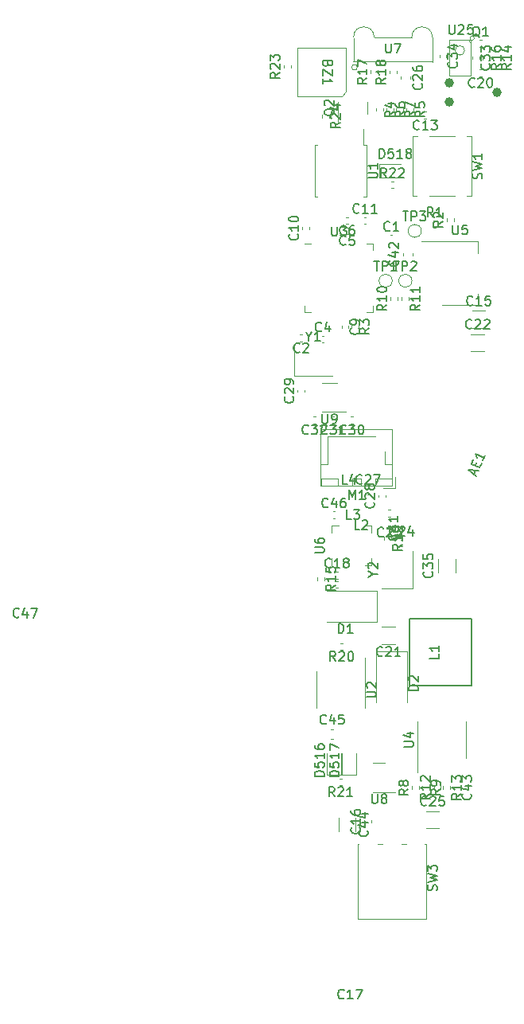
<source format=gto>
%TF.GenerationSoftware,KiCad,Pcbnew,(6.99.0-3809-g2741d0eb4b)*%
%TF.CreationDate,2022-10-14T18:55:23-04:00*%
%TF.ProjectId,ButterflyBadge,42757474-6572-4666-9c79-42616467652e,rev?*%
%TF.SameCoordinates,Original*%
%TF.FileFunction,Legend,Top*%
%TF.FilePolarity,Positive*%
%FSLAX46Y46*%
G04 Gerber Fmt 4.6, Leading zero omitted, Abs format (unit mm)*
G04 Created by KiCad (PCBNEW (6.99.0-3809-g2741d0eb4b)) date 2022-10-14 18:55:23*
%MOMM*%
%LPD*%
G01*
G04 APERTURE LIST*
%ADD10C,0.150000*%
%ADD11C,0.120000*%
%ADD12C,0.200000*%
%ADD13C,0.990600*%
G04 APERTURE END LIST*
D10*
%TO.C,R21*%
X189157142Y-130027380D02*
X188823809Y-129551190D01*
X188585714Y-130027380D02*
X188585714Y-129027380D01*
X188585714Y-129027380D02*
X188966666Y-129027380D01*
X188966666Y-129027380D02*
X189061904Y-129075000D01*
X189061904Y-129075000D02*
X189109523Y-129122619D01*
X189109523Y-129122619D02*
X189157142Y-129217857D01*
X189157142Y-129217857D02*
X189157142Y-129360714D01*
X189157142Y-129360714D02*
X189109523Y-129455952D01*
X189109523Y-129455952D02*
X189061904Y-129503571D01*
X189061904Y-129503571D02*
X188966666Y-129551190D01*
X188966666Y-129551190D02*
X188585714Y-129551190D01*
X189538095Y-129122619D02*
X189585714Y-129075000D01*
X189585714Y-129075000D02*
X189680952Y-129027380D01*
X189680952Y-129027380D02*
X189919047Y-129027380D01*
X189919047Y-129027380D02*
X190014285Y-129075000D01*
X190014285Y-129075000D02*
X190061904Y-129122619D01*
X190061904Y-129122619D02*
X190109523Y-129217857D01*
X190109523Y-129217857D02*
X190109523Y-129313095D01*
X190109523Y-129313095D02*
X190061904Y-129455952D01*
X190061904Y-129455952D02*
X189490476Y-130027380D01*
X189490476Y-130027380D02*
X190109523Y-130027380D01*
X191061904Y-130027380D02*
X190490476Y-130027380D01*
X190776190Y-130027380D02*
X190776190Y-129027380D01*
X190776190Y-129027380D02*
X190680952Y-129170238D01*
X190680952Y-129170238D02*
X190585714Y-129265476D01*
X190585714Y-129265476D02*
X190490476Y-129313095D01*
%TO.C,R20*%
X189257142Y-115627380D02*
X188923809Y-115151190D01*
X188685714Y-115627380D02*
X188685714Y-114627380D01*
X188685714Y-114627380D02*
X189066666Y-114627380D01*
X189066666Y-114627380D02*
X189161904Y-114675000D01*
X189161904Y-114675000D02*
X189209523Y-114722619D01*
X189209523Y-114722619D02*
X189257142Y-114817857D01*
X189257142Y-114817857D02*
X189257142Y-114960714D01*
X189257142Y-114960714D02*
X189209523Y-115055952D01*
X189209523Y-115055952D02*
X189161904Y-115103571D01*
X189161904Y-115103571D02*
X189066666Y-115151190D01*
X189066666Y-115151190D02*
X188685714Y-115151190D01*
X189638095Y-114722619D02*
X189685714Y-114675000D01*
X189685714Y-114675000D02*
X189780952Y-114627380D01*
X189780952Y-114627380D02*
X190019047Y-114627380D01*
X190019047Y-114627380D02*
X190114285Y-114675000D01*
X190114285Y-114675000D02*
X190161904Y-114722619D01*
X190161904Y-114722619D02*
X190209523Y-114817857D01*
X190209523Y-114817857D02*
X190209523Y-114913095D01*
X190209523Y-114913095D02*
X190161904Y-115055952D01*
X190161904Y-115055952D02*
X189590476Y-115627380D01*
X189590476Y-115627380D02*
X190209523Y-115627380D01*
X190828571Y-114627380D02*
X190923809Y-114627380D01*
X190923809Y-114627380D02*
X191019047Y-114675000D01*
X191019047Y-114675000D02*
X191066666Y-114722619D01*
X191066666Y-114722619D02*
X191114285Y-114817857D01*
X191114285Y-114817857D02*
X191161904Y-115008333D01*
X191161904Y-115008333D02*
X191161904Y-115246428D01*
X191161904Y-115246428D02*
X191114285Y-115436904D01*
X191114285Y-115436904D02*
X191066666Y-115532142D01*
X191066666Y-115532142D02*
X191019047Y-115579761D01*
X191019047Y-115579761D02*
X190923809Y-115627380D01*
X190923809Y-115627380D02*
X190828571Y-115627380D01*
X190828571Y-115627380D02*
X190733333Y-115579761D01*
X190733333Y-115579761D02*
X190685714Y-115532142D01*
X190685714Y-115532142D02*
X190638095Y-115436904D01*
X190638095Y-115436904D02*
X190590476Y-115246428D01*
X190590476Y-115246428D02*
X190590476Y-115008333D01*
X190590476Y-115008333D02*
X190638095Y-114817857D01*
X190638095Y-114817857D02*
X190685714Y-114722619D01*
X190685714Y-114722619D02*
X190733333Y-114675000D01*
X190733333Y-114675000D02*
X190828571Y-114627380D01*
%TO.C,U4*%
X196542380Y-124761904D02*
X197351904Y-124761904D01*
X197351904Y-124761904D02*
X197447142Y-124714285D01*
X197447142Y-124714285D02*
X197494761Y-124666666D01*
X197494761Y-124666666D02*
X197542380Y-124571428D01*
X197542380Y-124571428D02*
X197542380Y-124380952D01*
X197542380Y-124380952D02*
X197494761Y-124285714D01*
X197494761Y-124285714D02*
X197447142Y-124238095D01*
X197447142Y-124238095D02*
X197351904Y-124190476D01*
X197351904Y-124190476D02*
X196542380Y-124190476D01*
X196875714Y-123285714D02*
X197542380Y-123285714D01*
X196494761Y-123523809D02*
X197209047Y-123761904D01*
X197209047Y-123761904D02*
X197209047Y-123142857D01*
%TO.C,C1*%
X195033333Y-69812142D02*
X194985714Y-69859761D01*
X194985714Y-69859761D02*
X194842857Y-69907380D01*
X194842857Y-69907380D02*
X194747619Y-69907380D01*
X194747619Y-69907380D02*
X194604762Y-69859761D01*
X194604762Y-69859761D02*
X194509524Y-69764523D01*
X194509524Y-69764523D02*
X194461905Y-69669285D01*
X194461905Y-69669285D02*
X194414286Y-69478809D01*
X194414286Y-69478809D02*
X194414286Y-69335952D01*
X194414286Y-69335952D02*
X194461905Y-69145476D01*
X194461905Y-69145476D02*
X194509524Y-69050238D01*
X194509524Y-69050238D02*
X194604762Y-68955000D01*
X194604762Y-68955000D02*
X194747619Y-68907380D01*
X194747619Y-68907380D02*
X194842857Y-68907380D01*
X194842857Y-68907380D02*
X194985714Y-68955000D01*
X194985714Y-68955000D02*
X195033333Y-69002619D01*
X195985714Y-69907380D02*
X195414286Y-69907380D01*
X195700000Y-69907380D02*
X195700000Y-68907380D01*
X195700000Y-68907380D02*
X195604762Y-69050238D01*
X195604762Y-69050238D02*
X195509524Y-69145476D01*
X195509524Y-69145476D02*
X195414286Y-69193095D01*
%TO.C,R19*%
X196337380Y-103242857D02*
X195861190Y-103576190D01*
X196337380Y-103814285D02*
X195337380Y-103814285D01*
X195337380Y-103814285D02*
X195337380Y-103433333D01*
X195337380Y-103433333D02*
X195385000Y-103338095D01*
X195385000Y-103338095D02*
X195432619Y-103290476D01*
X195432619Y-103290476D02*
X195527857Y-103242857D01*
X195527857Y-103242857D02*
X195670714Y-103242857D01*
X195670714Y-103242857D02*
X195765952Y-103290476D01*
X195765952Y-103290476D02*
X195813571Y-103338095D01*
X195813571Y-103338095D02*
X195861190Y-103433333D01*
X195861190Y-103433333D02*
X195861190Y-103814285D01*
X196337380Y-102290476D02*
X196337380Y-102861904D01*
X196337380Y-102576190D02*
X195337380Y-102576190D01*
X195337380Y-102576190D02*
X195480238Y-102671428D01*
X195480238Y-102671428D02*
X195575476Y-102766666D01*
X195575476Y-102766666D02*
X195623095Y-102861904D01*
X196337380Y-101814285D02*
X196337380Y-101623809D01*
X196337380Y-101623809D02*
X196289761Y-101528571D01*
X196289761Y-101528571D02*
X196242142Y-101480952D01*
X196242142Y-101480952D02*
X196099285Y-101385714D01*
X196099285Y-101385714D02*
X195908809Y-101338095D01*
X195908809Y-101338095D02*
X195527857Y-101338095D01*
X195527857Y-101338095D02*
X195432619Y-101385714D01*
X195432619Y-101385714D02*
X195385000Y-101433333D01*
X195385000Y-101433333D02*
X195337380Y-101528571D01*
X195337380Y-101528571D02*
X195337380Y-101719047D01*
X195337380Y-101719047D02*
X195385000Y-101814285D01*
X195385000Y-101814285D02*
X195432619Y-101861904D01*
X195432619Y-101861904D02*
X195527857Y-101909523D01*
X195527857Y-101909523D02*
X195765952Y-101909523D01*
X195765952Y-101909523D02*
X195861190Y-101861904D01*
X195861190Y-101861904D02*
X195908809Y-101814285D01*
X195908809Y-101814285D02*
X195956428Y-101719047D01*
X195956428Y-101719047D02*
X195956428Y-101528571D01*
X195956428Y-101528571D02*
X195908809Y-101433333D01*
X195908809Y-101433333D02*
X195861190Y-101385714D01*
X195861190Y-101385714D02*
X195765952Y-101338095D01*
%TO.C,C9*%
X191732142Y-80266666D02*
X191779761Y-80314285D01*
X191779761Y-80314285D02*
X191827380Y-80457142D01*
X191827380Y-80457142D02*
X191827380Y-80552380D01*
X191827380Y-80552380D02*
X191779761Y-80695237D01*
X191779761Y-80695237D02*
X191684523Y-80790475D01*
X191684523Y-80790475D02*
X191589285Y-80838094D01*
X191589285Y-80838094D02*
X191398809Y-80885713D01*
X191398809Y-80885713D02*
X191255952Y-80885713D01*
X191255952Y-80885713D02*
X191065476Y-80838094D01*
X191065476Y-80838094D02*
X190970238Y-80790475D01*
X190970238Y-80790475D02*
X190875000Y-80695237D01*
X190875000Y-80695237D02*
X190827380Y-80552380D01*
X190827380Y-80552380D02*
X190827380Y-80457142D01*
X190827380Y-80457142D02*
X190875000Y-80314285D01*
X190875000Y-80314285D02*
X190922619Y-80266666D01*
X191827380Y-79790475D02*
X191827380Y-79599999D01*
X191827380Y-79599999D02*
X191779761Y-79504761D01*
X191779761Y-79504761D02*
X191732142Y-79457142D01*
X191732142Y-79457142D02*
X191589285Y-79361904D01*
X191589285Y-79361904D02*
X191398809Y-79314285D01*
X191398809Y-79314285D02*
X191017857Y-79314285D01*
X191017857Y-79314285D02*
X190922619Y-79361904D01*
X190922619Y-79361904D02*
X190875000Y-79409523D01*
X190875000Y-79409523D02*
X190827380Y-79504761D01*
X190827380Y-79504761D02*
X190827380Y-79695237D01*
X190827380Y-79695237D02*
X190875000Y-79790475D01*
X190875000Y-79790475D02*
X190922619Y-79838094D01*
X190922619Y-79838094D02*
X191017857Y-79885713D01*
X191017857Y-79885713D02*
X191255952Y-79885713D01*
X191255952Y-79885713D02*
X191351190Y-79838094D01*
X191351190Y-79838094D02*
X191398809Y-79790475D01*
X191398809Y-79790475D02*
X191446428Y-79695237D01*
X191446428Y-79695237D02*
X191446428Y-79504761D01*
X191446428Y-79504761D02*
X191398809Y-79409523D01*
X191398809Y-79409523D02*
X191351190Y-79361904D01*
X191351190Y-79361904D02*
X191255952Y-79314285D01*
%TO.C,D2*%
X198067380Y-118738094D02*
X197067380Y-118738094D01*
X197067380Y-118738094D02*
X197067380Y-118499999D01*
X197067380Y-118499999D02*
X197115000Y-118357142D01*
X197115000Y-118357142D02*
X197210238Y-118261904D01*
X197210238Y-118261904D02*
X197305476Y-118214285D01*
X197305476Y-118214285D02*
X197495952Y-118166666D01*
X197495952Y-118166666D02*
X197638809Y-118166666D01*
X197638809Y-118166666D02*
X197829285Y-118214285D01*
X197829285Y-118214285D02*
X197924523Y-118261904D01*
X197924523Y-118261904D02*
X198019761Y-118357142D01*
X198019761Y-118357142D02*
X198067380Y-118499999D01*
X198067380Y-118499999D02*
X198067380Y-118738094D01*
X197162619Y-117785713D02*
X197115000Y-117738094D01*
X197115000Y-117738094D02*
X197067380Y-117642856D01*
X197067380Y-117642856D02*
X197067380Y-117404761D01*
X197067380Y-117404761D02*
X197115000Y-117309523D01*
X197115000Y-117309523D02*
X197162619Y-117261904D01*
X197162619Y-117261904D02*
X197257857Y-117214285D01*
X197257857Y-117214285D02*
X197353095Y-117214285D01*
X197353095Y-117214285D02*
X197495952Y-117261904D01*
X197495952Y-117261904D02*
X198067380Y-117833332D01*
X198067380Y-117833332D02*
X198067380Y-117214285D01*
%TO.C,C42*%
X195842142Y-73042857D02*
X195889761Y-73090476D01*
X195889761Y-73090476D02*
X195937380Y-73233333D01*
X195937380Y-73233333D02*
X195937380Y-73328571D01*
X195937380Y-73328571D02*
X195889761Y-73471428D01*
X195889761Y-73471428D02*
X195794523Y-73566666D01*
X195794523Y-73566666D02*
X195699285Y-73614285D01*
X195699285Y-73614285D02*
X195508809Y-73661904D01*
X195508809Y-73661904D02*
X195365952Y-73661904D01*
X195365952Y-73661904D02*
X195175476Y-73614285D01*
X195175476Y-73614285D02*
X195080238Y-73566666D01*
X195080238Y-73566666D02*
X194985000Y-73471428D01*
X194985000Y-73471428D02*
X194937380Y-73328571D01*
X194937380Y-73328571D02*
X194937380Y-73233333D01*
X194937380Y-73233333D02*
X194985000Y-73090476D01*
X194985000Y-73090476D02*
X195032619Y-73042857D01*
X195270714Y-72185714D02*
X195937380Y-72185714D01*
X194889761Y-72423809D02*
X195604047Y-72661904D01*
X195604047Y-72661904D02*
X195604047Y-72042857D01*
X195032619Y-71709523D02*
X194985000Y-71661904D01*
X194985000Y-71661904D02*
X194937380Y-71566666D01*
X194937380Y-71566666D02*
X194937380Y-71328571D01*
X194937380Y-71328571D02*
X194985000Y-71233333D01*
X194985000Y-71233333D02*
X195032619Y-71185714D01*
X195032619Y-71185714D02*
X195127857Y-71138095D01*
X195127857Y-71138095D02*
X195223095Y-71138095D01*
X195223095Y-71138095D02*
X195365952Y-71185714D01*
X195365952Y-71185714D02*
X195937380Y-71757142D01*
X195937380Y-71757142D02*
X195937380Y-71138095D01*
%TO.C,SW3*%
X200029761Y-140023332D02*
X200077380Y-139880475D01*
X200077380Y-139880475D02*
X200077380Y-139642380D01*
X200077380Y-139642380D02*
X200029761Y-139547142D01*
X200029761Y-139547142D02*
X199982142Y-139499523D01*
X199982142Y-139499523D02*
X199886904Y-139451904D01*
X199886904Y-139451904D02*
X199791666Y-139451904D01*
X199791666Y-139451904D02*
X199696428Y-139499523D01*
X199696428Y-139499523D02*
X199648809Y-139547142D01*
X199648809Y-139547142D02*
X199601190Y-139642380D01*
X199601190Y-139642380D02*
X199553571Y-139832856D01*
X199553571Y-139832856D02*
X199505952Y-139928094D01*
X199505952Y-139928094D02*
X199458333Y-139975713D01*
X199458333Y-139975713D02*
X199363095Y-140023332D01*
X199363095Y-140023332D02*
X199267857Y-140023332D01*
X199267857Y-140023332D02*
X199172619Y-139975713D01*
X199172619Y-139975713D02*
X199125000Y-139928094D01*
X199125000Y-139928094D02*
X199077380Y-139832856D01*
X199077380Y-139832856D02*
X199077380Y-139594761D01*
X199077380Y-139594761D02*
X199125000Y-139451904D01*
X199077380Y-139118570D02*
X200077380Y-138880475D01*
X200077380Y-138880475D02*
X199363095Y-138689999D01*
X199363095Y-138689999D02*
X200077380Y-138499523D01*
X200077380Y-138499523D02*
X199077380Y-138261428D01*
X199077380Y-137975713D02*
X199077380Y-137356666D01*
X199077380Y-137356666D02*
X199458333Y-137689999D01*
X199458333Y-137689999D02*
X199458333Y-137547142D01*
X199458333Y-137547142D02*
X199505952Y-137451904D01*
X199505952Y-137451904D02*
X199553571Y-137404285D01*
X199553571Y-137404285D02*
X199648809Y-137356666D01*
X199648809Y-137356666D02*
X199886904Y-137356666D01*
X199886904Y-137356666D02*
X199982142Y-137404285D01*
X199982142Y-137404285D02*
X200029761Y-137451904D01*
X200029761Y-137451904D02*
X200077380Y-137547142D01*
X200077380Y-137547142D02*
X200077380Y-137832856D01*
X200077380Y-137832856D02*
X200029761Y-137928094D01*
X200029761Y-137928094D02*
X199982142Y-137975713D01*
%TO.C,U7*%
X194613095Y-49967380D02*
X194613095Y-50776904D01*
X194613095Y-50776904D02*
X194660714Y-50872142D01*
X194660714Y-50872142D02*
X194708333Y-50919761D01*
X194708333Y-50919761D02*
X194803571Y-50967380D01*
X194803571Y-50967380D02*
X194994047Y-50967380D01*
X194994047Y-50967380D02*
X195089285Y-50919761D01*
X195089285Y-50919761D02*
X195136904Y-50872142D01*
X195136904Y-50872142D02*
X195184523Y-50776904D01*
X195184523Y-50776904D02*
X195184523Y-49967380D01*
X195565476Y-49967380D02*
X196232142Y-49967380D01*
X196232142Y-49967380D02*
X195803571Y-50967380D01*
%TO.C,U5*%
X201738095Y-69267380D02*
X201738095Y-70076904D01*
X201738095Y-70076904D02*
X201785714Y-70172142D01*
X201785714Y-70172142D02*
X201833333Y-70219761D01*
X201833333Y-70219761D02*
X201928571Y-70267380D01*
X201928571Y-70267380D02*
X202119047Y-70267380D01*
X202119047Y-70267380D02*
X202214285Y-70219761D01*
X202214285Y-70219761D02*
X202261904Y-70172142D01*
X202261904Y-70172142D02*
X202309523Y-70076904D01*
X202309523Y-70076904D02*
X202309523Y-69267380D01*
X203261904Y-69267380D02*
X202785714Y-69267380D01*
X202785714Y-69267380D02*
X202738095Y-69743571D01*
X202738095Y-69743571D02*
X202785714Y-69695952D01*
X202785714Y-69695952D02*
X202880952Y-69648333D01*
X202880952Y-69648333D02*
X203119047Y-69648333D01*
X203119047Y-69648333D02*
X203214285Y-69695952D01*
X203214285Y-69695952D02*
X203261904Y-69743571D01*
X203261904Y-69743571D02*
X203309523Y-69838809D01*
X203309523Y-69838809D02*
X203309523Y-70076904D01*
X203309523Y-70076904D02*
X203261904Y-70172142D01*
X203261904Y-70172142D02*
X203214285Y-70219761D01*
X203214285Y-70219761D02*
X203119047Y-70267380D01*
X203119047Y-70267380D02*
X202880952Y-70267380D01*
X202880952Y-70267380D02*
X202785714Y-70219761D01*
X202785714Y-70219761D02*
X202738095Y-70172142D01*
%TO.C,R2*%
X200697380Y-68866666D02*
X200221190Y-69199999D01*
X200697380Y-69438094D02*
X199697380Y-69438094D01*
X199697380Y-69438094D02*
X199697380Y-69057142D01*
X199697380Y-69057142D02*
X199745000Y-68961904D01*
X199745000Y-68961904D02*
X199792619Y-68914285D01*
X199792619Y-68914285D02*
X199887857Y-68866666D01*
X199887857Y-68866666D02*
X200030714Y-68866666D01*
X200030714Y-68866666D02*
X200125952Y-68914285D01*
X200125952Y-68914285D02*
X200173571Y-68961904D01*
X200173571Y-68961904D02*
X200221190Y-69057142D01*
X200221190Y-69057142D02*
X200221190Y-69438094D01*
X199792619Y-68485713D02*
X199745000Y-68438094D01*
X199745000Y-68438094D02*
X199697380Y-68342856D01*
X199697380Y-68342856D02*
X199697380Y-68104761D01*
X199697380Y-68104761D02*
X199745000Y-68009523D01*
X199745000Y-68009523D02*
X199792619Y-67961904D01*
X199792619Y-67961904D02*
X199887857Y-67914285D01*
X199887857Y-67914285D02*
X199983095Y-67914285D01*
X199983095Y-67914285D02*
X200125952Y-67961904D01*
X200125952Y-67961904D02*
X200697380Y-68533332D01*
X200697380Y-68533332D02*
X200697380Y-67914285D01*
%TO.C,C45*%
X188257142Y-122242142D02*
X188209523Y-122289761D01*
X188209523Y-122289761D02*
X188066666Y-122337380D01*
X188066666Y-122337380D02*
X187971428Y-122337380D01*
X187971428Y-122337380D02*
X187828571Y-122289761D01*
X187828571Y-122289761D02*
X187733333Y-122194523D01*
X187733333Y-122194523D02*
X187685714Y-122099285D01*
X187685714Y-122099285D02*
X187638095Y-121908809D01*
X187638095Y-121908809D02*
X187638095Y-121765952D01*
X187638095Y-121765952D02*
X187685714Y-121575476D01*
X187685714Y-121575476D02*
X187733333Y-121480238D01*
X187733333Y-121480238D02*
X187828571Y-121385000D01*
X187828571Y-121385000D02*
X187971428Y-121337380D01*
X187971428Y-121337380D02*
X188066666Y-121337380D01*
X188066666Y-121337380D02*
X188209523Y-121385000D01*
X188209523Y-121385000D02*
X188257142Y-121432619D01*
X189114285Y-121670714D02*
X189114285Y-122337380D01*
X188876190Y-121289761D02*
X188638095Y-122004047D01*
X188638095Y-122004047D02*
X189257142Y-122004047D01*
X190114285Y-121337380D02*
X189638095Y-121337380D01*
X189638095Y-121337380D02*
X189590476Y-121813571D01*
X189590476Y-121813571D02*
X189638095Y-121765952D01*
X189638095Y-121765952D02*
X189733333Y-121718333D01*
X189733333Y-121718333D02*
X189971428Y-121718333D01*
X189971428Y-121718333D02*
X190066666Y-121765952D01*
X190066666Y-121765952D02*
X190114285Y-121813571D01*
X190114285Y-121813571D02*
X190161904Y-121908809D01*
X190161904Y-121908809D02*
X190161904Y-122146904D01*
X190161904Y-122146904D02*
X190114285Y-122242142D01*
X190114285Y-122242142D02*
X190066666Y-122289761D01*
X190066666Y-122289761D02*
X189971428Y-122337380D01*
X189971428Y-122337380D02*
X189733333Y-122337380D01*
X189733333Y-122337380D02*
X189638095Y-122289761D01*
X189638095Y-122289761D02*
X189590476Y-122242142D01*
%TO.C,C46*%
X188457142Y-99212142D02*
X188409523Y-99259761D01*
X188409523Y-99259761D02*
X188266666Y-99307380D01*
X188266666Y-99307380D02*
X188171428Y-99307380D01*
X188171428Y-99307380D02*
X188028571Y-99259761D01*
X188028571Y-99259761D02*
X187933333Y-99164523D01*
X187933333Y-99164523D02*
X187885714Y-99069285D01*
X187885714Y-99069285D02*
X187838095Y-98878809D01*
X187838095Y-98878809D02*
X187838095Y-98735952D01*
X187838095Y-98735952D02*
X187885714Y-98545476D01*
X187885714Y-98545476D02*
X187933333Y-98450238D01*
X187933333Y-98450238D02*
X188028571Y-98355000D01*
X188028571Y-98355000D02*
X188171428Y-98307380D01*
X188171428Y-98307380D02*
X188266666Y-98307380D01*
X188266666Y-98307380D02*
X188409523Y-98355000D01*
X188409523Y-98355000D02*
X188457142Y-98402619D01*
X189314285Y-98640714D02*
X189314285Y-99307380D01*
X189076190Y-98259761D02*
X188838095Y-98974047D01*
X188838095Y-98974047D02*
X189457142Y-98974047D01*
X190266666Y-98307380D02*
X190076190Y-98307380D01*
X190076190Y-98307380D02*
X189980952Y-98355000D01*
X189980952Y-98355000D02*
X189933333Y-98402619D01*
X189933333Y-98402619D02*
X189838095Y-98545476D01*
X189838095Y-98545476D02*
X189790476Y-98735952D01*
X189790476Y-98735952D02*
X189790476Y-99116904D01*
X189790476Y-99116904D02*
X189838095Y-99212142D01*
X189838095Y-99212142D02*
X189885714Y-99259761D01*
X189885714Y-99259761D02*
X189980952Y-99307380D01*
X189980952Y-99307380D02*
X190171428Y-99307380D01*
X190171428Y-99307380D02*
X190266666Y-99259761D01*
X190266666Y-99259761D02*
X190314285Y-99212142D01*
X190314285Y-99212142D02*
X190361904Y-99116904D01*
X190361904Y-99116904D02*
X190361904Y-98878809D01*
X190361904Y-98878809D02*
X190314285Y-98783571D01*
X190314285Y-98783571D02*
X190266666Y-98735952D01*
X190266666Y-98735952D02*
X190171428Y-98688333D01*
X190171428Y-98688333D02*
X189980952Y-98688333D01*
X189980952Y-98688333D02*
X189885714Y-98735952D01*
X189885714Y-98735952D02*
X189838095Y-98783571D01*
X189838095Y-98783571D02*
X189790476Y-98878809D01*
%TO.C,R15*%
X189237380Y-107542857D02*
X188761190Y-107876190D01*
X189237380Y-108114285D02*
X188237380Y-108114285D01*
X188237380Y-108114285D02*
X188237380Y-107733333D01*
X188237380Y-107733333D02*
X188285000Y-107638095D01*
X188285000Y-107638095D02*
X188332619Y-107590476D01*
X188332619Y-107590476D02*
X188427857Y-107542857D01*
X188427857Y-107542857D02*
X188570714Y-107542857D01*
X188570714Y-107542857D02*
X188665952Y-107590476D01*
X188665952Y-107590476D02*
X188713571Y-107638095D01*
X188713571Y-107638095D02*
X188761190Y-107733333D01*
X188761190Y-107733333D02*
X188761190Y-108114285D01*
X189237380Y-106590476D02*
X189237380Y-107161904D01*
X189237380Y-106876190D02*
X188237380Y-106876190D01*
X188237380Y-106876190D02*
X188380238Y-106971428D01*
X188380238Y-106971428D02*
X188475476Y-107066666D01*
X188475476Y-107066666D02*
X188523095Y-107161904D01*
X188237380Y-105685714D02*
X188237380Y-106161904D01*
X188237380Y-106161904D02*
X188713571Y-106209523D01*
X188713571Y-106209523D02*
X188665952Y-106161904D01*
X188665952Y-106161904D02*
X188618333Y-106066666D01*
X188618333Y-106066666D02*
X188618333Y-105828571D01*
X188618333Y-105828571D02*
X188665952Y-105733333D01*
X188665952Y-105733333D02*
X188713571Y-105685714D01*
X188713571Y-105685714D02*
X188808809Y-105638095D01*
X188808809Y-105638095D02*
X189046904Y-105638095D01*
X189046904Y-105638095D02*
X189142142Y-105685714D01*
X189142142Y-105685714D02*
X189189761Y-105733333D01*
X189189761Y-105733333D02*
X189237380Y-105828571D01*
X189237380Y-105828571D02*
X189237380Y-106066666D01*
X189237380Y-106066666D02*
X189189761Y-106161904D01*
X189189761Y-106161904D02*
X189142142Y-106209523D01*
%TO.C,BZ1*%
X188456428Y-52119047D02*
X188408809Y-52261904D01*
X188408809Y-52261904D02*
X188361190Y-52309523D01*
X188361190Y-52309523D02*
X188265952Y-52357142D01*
X188265952Y-52357142D02*
X188123095Y-52357142D01*
X188123095Y-52357142D02*
X188027857Y-52309523D01*
X188027857Y-52309523D02*
X187980238Y-52261904D01*
X187980238Y-52261904D02*
X187932619Y-52166666D01*
X187932619Y-52166666D02*
X187932619Y-51785714D01*
X187932619Y-51785714D02*
X188932619Y-51785714D01*
X188932619Y-51785714D02*
X188932619Y-52119047D01*
X188932619Y-52119047D02*
X188885000Y-52214285D01*
X188885000Y-52214285D02*
X188837380Y-52261904D01*
X188837380Y-52261904D02*
X188742142Y-52309523D01*
X188742142Y-52309523D02*
X188646904Y-52309523D01*
X188646904Y-52309523D02*
X188551666Y-52261904D01*
X188551666Y-52261904D02*
X188504047Y-52214285D01*
X188504047Y-52214285D02*
X188456428Y-52119047D01*
X188456428Y-52119047D02*
X188456428Y-51785714D01*
X188932619Y-52690476D02*
X188932619Y-53357142D01*
X188932619Y-53357142D02*
X187932619Y-52690476D01*
X187932619Y-52690476D02*
X187932619Y-53357142D01*
X187932619Y-54261904D02*
X187932619Y-53690476D01*
X187932619Y-53976190D02*
X188932619Y-53976190D01*
X188932619Y-53976190D02*
X188789761Y-53880952D01*
X188789761Y-53880952D02*
X188694523Y-53785714D01*
X188694523Y-53785714D02*
X188646904Y-53690476D01*
%TO.C,U2*%
X192567380Y-119461904D02*
X193376904Y-119461904D01*
X193376904Y-119461904D02*
X193472142Y-119414285D01*
X193472142Y-119414285D02*
X193519761Y-119366666D01*
X193519761Y-119366666D02*
X193567380Y-119271428D01*
X193567380Y-119271428D02*
X193567380Y-119080952D01*
X193567380Y-119080952D02*
X193519761Y-118985714D01*
X193519761Y-118985714D02*
X193472142Y-118938095D01*
X193472142Y-118938095D02*
X193376904Y-118890476D01*
X193376904Y-118890476D02*
X192567380Y-118890476D01*
X192662619Y-118461904D02*
X192615000Y-118414285D01*
X192615000Y-118414285D02*
X192567380Y-118319047D01*
X192567380Y-118319047D02*
X192567380Y-118080952D01*
X192567380Y-118080952D02*
X192615000Y-117985714D01*
X192615000Y-117985714D02*
X192662619Y-117938095D01*
X192662619Y-117938095D02*
X192757857Y-117890476D01*
X192757857Y-117890476D02*
X192853095Y-117890476D01*
X192853095Y-117890476D02*
X192995952Y-117938095D01*
X192995952Y-117938095D02*
X193567380Y-118509523D01*
X193567380Y-118509523D02*
X193567380Y-117890476D01*
%TO.C,C44*%
X192622142Y-133667856D02*
X192669761Y-133715475D01*
X192669761Y-133715475D02*
X192717380Y-133858332D01*
X192717380Y-133858332D02*
X192717380Y-133953570D01*
X192717380Y-133953570D02*
X192669761Y-134096427D01*
X192669761Y-134096427D02*
X192574523Y-134191665D01*
X192574523Y-134191665D02*
X192479285Y-134239284D01*
X192479285Y-134239284D02*
X192288809Y-134286903D01*
X192288809Y-134286903D02*
X192145952Y-134286903D01*
X192145952Y-134286903D02*
X191955476Y-134239284D01*
X191955476Y-134239284D02*
X191860238Y-134191665D01*
X191860238Y-134191665D02*
X191765000Y-134096427D01*
X191765000Y-134096427D02*
X191717380Y-133953570D01*
X191717380Y-133953570D02*
X191717380Y-133858332D01*
X191717380Y-133858332D02*
X191765000Y-133715475D01*
X191765000Y-133715475D02*
X191812619Y-133667856D01*
X192050714Y-132810713D02*
X192717380Y-132810713D01*
X191669761Y-133048808D02*
X192384047Y-133286903D01*
X192384047Y-133286903D02*
X192384047Y-132667856D01*
X192050714Y-131858332D02*
X192717380Y-131858332D01*
X191669761Y-132096427D02*
X192384047Y-132334522D01*
X192384047Y-132334522D02*
X192384047Y-131715475D01*
%TO.C,C18*%
X188757142Y-105612142D02*
X188709523Y-105659761D01*
X188709523Y-105659761D02*
X188566666Y-105707380D01*
X188566666Y-105707380D02*
X188471428Y-105707380D01*
X188471428Y-105707380D02*
X188328571Y-105659761D01*
X188328571Y-105659761D02*
X188233333Y-105564523D01*
X188233333Y-105564523D02*
X188185714Y-105469285D01*
X188185714Y-105469285D02*
X188138095Y-105278809D01*
X188138095Y-105278809D02*
X188138095Y-105135952D01*
X188138095Y-105135952D02*
X188185714Y-104945476D01*
X188185714Y-104945476D02*
X188233333Y-104850238D01*
X188233333Y-104850238D02*
X188328571Y-104755000D01*
X188328571Y-104755000D02*
X188471428Y-104707380D01*
X188471428Y-104707380D02*
X188566666Y-104707380D01*
X188566666Y-104707380D02*
X188709523Y-104755000D01*
X188709523Y-104755000D02*
X188757142Y-104802619D01*
X189709523Y-105707380D02*
X189138095Y-105707380D01*
X189423809Y-105707380D02*
X189423809Y-104707380D01*
X189423809Y-104707380D02*
X189328571Y-104850238D01*
X189328571Y-104850238D02*
X189233333Y-104945476D01*
X189233333Y-104945476D02*
X189138095Y-104993095D01*
X190280952Y-105135952D02*
X190185714Y-105088333D01*
X190185714Y-105088333D02*
X190138095Y-105040714D01*
X190138095Y-105040714D02*
X190090476Y-104945476D01*
X190090476Y-104945476D02*
X190090476Y-104897857D01*
X190090476Y-104897857D02*
X190138095Y-104802619D01*
X190138095Y-104802619D02*
X190185714Y-104755000D01*
X190185714Y-104755000D02*
X190280952Y-104707380D01*
X190280952Y-104707380D02*
X190471428Y-104707380D01*
X190471428Y-104707380D02*
X190566666Y-104755000D01*
X190566666Y-104755000D02*
X190614285Y-104802619D01*
X190614285Y-104802619D02*
X190661904Y-104897857D01*
X190661904Y-104897857D02*
X190661904Y-104945476D01*
X190661904Y-104945476D02*
X190614285Y-105040714D01*
X190614285Y-105040714D02*
X190566666Y-105088333D01*
X190566666Y-105088333D02*
X190471428Y-105135952D01*
X190471428Y-105135952D02*
X190280952Y-105135952D01*
X190280952Y-105135952D02*
X190185714Y-105183571D01*
X190185714Y-105183571D02*
X190138095Y-105231190D01*
X190138095Y-105231190D02*
X190090476Y-105326428D01*
X190090476Y-105326428D02*
X190090476Y-105516904D01*
X190090476Y-105516904D02*
X190138095Y-105612142D01*
X190138095Y-105612142D02*
X190185714Y-105659761D01*
X190185714Y-105659761D02*
X190280952Y-105707380D01*
X190280952Y-105707380D02*
X190471428Y-105707380D01*
X190471428Y-105707380D02*
X190566666Y-105659761D01*
X190566666Y-105659761D02*
X190614285Y-105612142D01*
X190614285Y-105612142D02*
X190661904Y-105516904D01*
X190661904Y-105516904D02*
X190661904Y-105326428D01*
X190661904Y-105326428D02*
X190614285Y-105231190D01*
X190614285Y-105231190D02*
X190566666Y-105183571D01*
X190566666Y-105183571D02*
X190471428Y-105135952D01*
%TO.C,C31*%
X188357141Y-91432142D02*
X188309522Y-91479761D01*
X188309522Y-91479761D02*
X188166665Y-91527380D01*
X188166665Y-91527380D02*
X188071427Y-91527380D01*
X188071427Y-91527380D02*
X187928570Y-91479761D01*
X187928570Y-91479761D02*
X187833332Y-91384523D01*
X187833332Y-91384523D02*
X187785713Y-91289285D01*
X187785713Y-91289285D02*
X187738094Y-91098809D01*
X187738094Y-91098809D02*
X187738094Y-90955952D01*
X187738094Y-90955952D02*
X187785713Y-90765476D01*
X187785713Y-90765476D02*
X187833332Y-90670238D01*
X187833332Y-90670238D02*
X187928570Y-90575000D01*
X187928570Y-90575000D02*
X188071427Y-90527380D01*
X188071427Y-90527380D02*
X188166665Y-90527380D01*
X188166665Y-90527380D02*
X188309522Y-90575000D01*
X188309522Y-90575000D02*
X188357141Y-90622619D01*
X188690475Y-90527380D02*
X189309522Y-90527380D01*
X189309522Y-90527380D02*
X188976189Y-90908333D01*
X188976189Y-90908333D02*
X189119046Y-90908333D01*
X189119046Y-90908333D02*
X189214284Y-90955952D01*
X189214284Y-90955952D02*
X189261903Y-91003571D01*
X189261903Y-91003571D02*
X189309522Y-91098809D01*
X189309522Y-91098809D02*
X189309522Y-91336904D01*
X189309522Y-91336904D02*
X189261903Y-91432142D01*
X189261903Y-91432142D02*
X189214284Y-91479761D01*
X189214284Y-91479761D02*
X189119046Y-91527380D01*
X189119046Y-91527380D02*
X188833332Y-91527380D01*
X188833332Y-91527380D02*
X188738094Y-91479761D01*
X188738094Y-91479761D02*
X188690475Y-91432142D01*
X190261903Y-91527380D02*
X189690475Y-91527380D01*
X189976189Y-91527380D02*
X189976189Y-90527380D01*
X189976189Y-90527380D02*
X189880951Y-90670238D01*
X189880951Y-90670238D02*
X189785713Y-90765476D01*
X189785713Y-90765476D02*
X189690475Y-90813095D01*
%TO.C,R3*%
X192837380Y-80256666D02*
X192361190Y-80589999D01*
X192837380Y-80828094D02*
X191837380Y-80828094D01*
X191837380Y-80828094D02*
X191837380Y-80447142D01*
X191837380Y-80447142D02*
X191885000Y-80351904D01*
X191885000Y-80351904D02*
X191932619Y-80304285D01*
X191932619Y-80304285D02*
X192027857Y-80256666D01*
X192027857Y-80256666D02*
X192170714Y-80256666D01*
X192170714Y-80256666D02*
X192265952Y-80304285D01*
X192265952Y-80304285D02*
X192313571Y-80351904D01*
X192313571Y-80351904D02*
X192361190Y-80447142D01*
X192361190Y-80447142D02*
X192361190Y-80828094D01*
X191837380Y-79923332D02*
X191837380Y-79304285D01*
X191837380Y-79304285D02*
X192218333Y-79637618D01*
X192218333Y-79637618D02*
X192218333Y-79494761D01*
X192218333Y-79494761D02*
X192265952Y-79399523D01*
X192265952Y-79399523D02*
X192313571Y-79351904D01*
X192313571Y-79351904D02*
X192408809Y-79304285D01*
X192408809Y-79304285D02*
X192646904Y-79304285D01*
X192646904Y-79304285D02*
X192742142Y-79351904D01*
X192742142Y-79351904D02*
X192789761Y-79399523D01*
X192789761Y-79399523D02*
X192837380Y-79494761D01*
X192837380Y-79494761D02*
X192837380Y-79780475D01*
X192837380Y-79780475D02*
X192789761Y-79875713D01*
X192789761Y-79875713D02*
X192742142Y-79923332D01*
%TO.C,C29*%
X184712142Y-87542857D02*
X184759761Y-87590476D01*
X184759761Y-87590476D02*
X184807380Y-87733333D01*
X184807380Y-87733333D02*
X184807380Y-87828571D01*
X184807380Y-87828571D02*
X184759761Y-87971428D01*
X184759761Y-87971428D02*
X184664523Y-88066666D01*
X184664523Y-88066666D02*
X184569285Y-88114285D01*
X184569285Y-88114285D02*
X184378809Y-88161904D01*
X184378809Y-88161904D02*
X184235952Y-88161904D01*
X184235952Y-88161904D02*
X184045476Y-88114285D01*
X184045476Y-88114285D02*
X183950238Y-88066666D01*
X183950238Y-88066666D02*
X183855000Y-87971428D01*
X183855000Y-87971428D02*
X183807380Y-87828571D01*
X183807380Y-87828571D02*
X183807380Y-87733333D01*
X183807380Y-87733333D02*
X183855000Y-87590476D01*
X183855000Y-87590476D02*
X183902619Y-87542857D01*
X183902619Y-87161904D02*
X183855000Y-87114285D01*
X183855000Y-87114285D02*
X183807380Y-87019047D01*
X183807380Y-87019047D02*
X183807380Y-86780952D01*
X183807380Y-86780952D02*
X183855000Y-86685714D01*
X183855000Y-86685714D02*
X183902619Y-86638095D01*
X183902619Y-86638095D02*
X183997857Y-86590476D01*
X183997857Y-86590476D02*
X184093095Y-86590476D01*
X184093095Y-86590476D02*
X184235952Y-86638095D01*
X184235952Y-86638095D02*
X184807380Y-87209523D01*
X184807380Y-87209523D02*
X184807380Y-86590476D01*
X184807380Y-86114285D02*
X184807380Y-85923809D01*
X184807380Y-85923809D02*
X184759761Y-85828571D01*
X184759761Y-85828571D02*
X184712142Y-85780952D01*
X184712142Y-85780952D02*
X184569285Y-85685714D01*
X184569285Y-85685714D02*
X184378809Y-85638095D01*
X184378809Y-85638095D02*
X183997857Y-85638095D01*
X183997857Y-85638095D02*
X183902619Y-85685714D01*
X183902619Y-85685714D02*
X183855000Y-85733333D01*
X183855000Y-85733333D02*
X183807380Y-85828571D01*
X183807380Y-85828571D02*
X183807380Y-86019047D01*
X183807380Y-86019047D02*
X183855000Y-86114285D01*
X183855000Y-86114285D02*
X183902619Y-86161904D01*
X183902619Y-86161904D02*
X183997857Y-86209523D01*
X183997857Y-86209523D02*
X184235952Y-86209523D01*
X184235952Y-86209523D02*
X184331190Y-86161904D01*
X184331190Y-86161904D02*
X184378809Y-86114285D01*
X184378809Y-86114285D02*
X184426428Y-86019047D01*
X184426428Y-86019047D02*
X184426428Y-85828571D01*
X184426428Y-85828571D02*
X184378809Y-85733333D01*
X184378809Y-85733333D02*
X184331190Y-85685714D01*
X184331190Y-85685714D02*
X184235952Y-85638095D01*
%TO.C,TP1*%
X193338095Y-73119380D02*
X193909523Y-73119380D01*
X193623809Y-74119380D02*
X193623809Y-73119380D01*
X194242857Y-74119380D02*
X194242857Y-73119380D01*
X194242857Y-73119380D02*
X194623809Y-73119380D01*
X194623809Y-73119380D02*
X194719047Y-73167000D01*
X194719047Y-73167000D02*
X194766666Y-73214619D01*
X194766666Y-73214619D02*
X194814285Y-73309857D01*
X194814285Y-73309857D02*
X194814285Y-73452714D01*
X194814285Y-73452714D02*
X194766666Y-73547952D01*
X194766666Y-73547952D02*
X194719047Y-73595571D01*
X194719047Y-73595571D02*
X194623809Y-73643190D01*
X194623809Y-73643190D02*
X194242857Y-73643190D01*
X195766666Y-74119380D02*
X195195238Y-74119380D01*
X195480952Y-74119380D02*
X195480952Y-73119380D01*
X195480952Y-73119380D02*
X195385714Y-73262238D01*
X195385714Y-73262238D02*
X195290476Y-73357476D01*
X195290476Y-73357476D02*
X195195238Y-73405095D01*
%TO.C,U1*%
X192727380Y-64261904D02*
X193536904Y-64261904D01*
X193536904Y-64261904D02*
X193632142Y-64214285D01*
X193632142Y-64214285D02*
X193679761Y-64166666D01*
X193679761Y-64166666D02*
X193727380Y-64071428D01*
X193727380Y-64071428D02*
X193727380Y-63880952D01*
X193727380Y-63880952D02*
X193679761Y-63785714D01*
X193679761Y-63785714D02*
X193632142Y-63738095D01*
X193632142Y-63738095D02*
X193536904Y-63690476D01*
X193536904Y-63690476D02*
X192727380Y-63690476D01*
X193727380Y-62690476D02*
X193727380Y-63261904D01*
X193727380Y-62976190D02*
X192727380Y-62976190D01*
X192727380Y-62976190D02*
X192870238Y-63071428D01*
X192870238Y-63071428D02*
X192965476Y-63166666D01*
X192965476Y-63166666D02*
X193013095Y-63261904D01*
%TO.C,U6*%
X187042380Y-104111904D02*
X187851904Y-104111904D01*
X187851904Y-104111904D02*
X187947142Y-104064285D01*
X187947142Y-104064285D02*
X187994761Y-104016666D01*
X187994761Y-104016666D02*
X188042380Y-103921428D01*
X188042380Y-103921428D02*
X188042380Y-103730952D01*
X188042380Y-103730952D02*
X187994761Y-103635714D01*
X187994761Y-103635714D02*
X187947142Y-103588095D01*
X187947142Y-103588095D02*
X187851904Y-103540476D01*
X187851904Y-103540476D02*
X187042380Y-103540476D01*
X187042380Y-102635714D02*
X187042380Y-102826190D01*
X187042380Y-102826190D02*
X187090000Y-102921428D01*
X187090000Y-102921428D02*
X187137619Y-102969047D01*
X187137619Y-102969047D02*
X187280476Y-103064285D01*
X187280476Y-103064285D02*
X187470952Y-103111904D01*
X187470952Y-103111904D02*
X187851904Y-103111904D01*
X187851904Y-103111904D02*
X187947142Y-103064285D01*
X187947142Y-103064285D02*
X187994761Y-103016666D01*
X187994761Y-103016666D02*
X188042380Y-102921428D01*
X188042380Y-102921428D02*
X188042380Y-102730952D01*
X188042380Y-102730952D02*
X187994761Y-102635714D01*
X187994761Y-102635714D02*
X187947142Y-102588095D01*
X187947142Y-102588095D02*
X187851904Y-102540476D01*
X187851904Y-102540476D02*
X187613809Y-102540476D01*
X187613809Y-102540476D02*
X187518571Y-102588095D01*
X187518571Y-102588095D02*
X187470952Y-102635714D01*
X187470952Y-102635714D02*
X187423333Y-102730952D01*
X187423333Y-102730952D02*
X187423333Y-102921428D01*
X187423333Y-102921428D02*
X187470952Y-103016666D01*
X187470952Y-103016666D02*
X187518571Y-103064285D01*
X187518571Y-103064285D02*
X187613809Y-103111904D01*
%TO.C,R18*%
X194597380Y-53642857D02*
X194121190Y-53976190D01*
X194597380Y-54214285D02*
X193597380Y-54214285D01*
X193597380Y-54214285D02*
X193597380Y-53833333D01*
X193597380Y-53833333D02*
X193645000Y-53738095D01*
X193645000Y-53738095D02*
X193692619Y-53690476D01*
X193692619Y-53690476D02*
X193787857Y-53642857D01*
X193787857Y-53642857D02*
X193930714Y-53642857D01*
X193930714Y-53642857D02*
X194025952Y-53690476D01*
X194025952Y-53690476D02*
X194073571Y-53738095D01*
X194073571Y-53738095D02*
X194121190Y-53833333D01*
X194121190Y-53833333D02*
X194121190Y-54214285D01*
X194597380Y-52690476D02*
X194597380Y-53261904D01*
X194597380Y-52976190D02*
X193597380Y-52976190D01*
X193597380Y-52976190D02*
X193740238Y-53071428D01*
X193740238Y-53071428D02*
X193835476Y-53166666D01*
X193835476Y-53166666D02*
X193883095Y-53261904D01*
X194025952Y-52119047D02*
X193978333Y-52214285D01*
X193978333Y-52214285D02*
X193930714Y-52261904D01*
X193930714Y-52261904D02*
X193835476Y-52309523D01*
X193835476Y-52309523D02*
X193787857Y-52309523D01*
X193787857Y-52309523D02*
X193692619Y-52261904D01*
X193692619Y-52261904D02*
X193645000Y-52214285D01*
X193645000Y-52214285D02*
X193597380Y-52119047D01*
X193597380Y-52119047D02*
X193597380Y-51928571D01*
X193597380Y-51928571D02*
X193645000Y-51833333D01*
X193645000Y-51833333D02*
X193692619Y-51785714D01*
X193692619Y-51785714D02*
X193787857Y-51738095D01*
X193787857Y-51738095D02*
X193835476Y-51738095D01*
X193835476Y-51738095D02*
X193930714Y-51785714D01*
X193930714Y-51785714D02*
X193978333Y-51833333D01*
X193978333Y-51833333D02*
X194025952Y-51928571D01*
X194025952Y-51928571D02*
X194025952Y-52119047D01*
X194025952Y-52119047D02*
X194073571Y-52214285D01*
X194073571Y-52214285D02*
X194121190Y-52261904D01*
X194121190Y-52261904D02*
X194216428Y-52309523D01*
X194216428Y-52309523D02*
X194406904Y-52309523D01*
X194406904Y-52309523D02*
X194502142Y-52261904D01*
X194502142Y-52261904D02*
X194549761Y-52214285D01*
X194549761Y-52214285D02*
X194597380Y-52119047D01*
X194597380Y-52119047D02*
X194597380Y-51928571D01*
X194597380Y-51928571D02*
X194549761Y-51833333D01*
X194549761Y-51833333D02*
X194502142Y-51785714D01*
X194502142Y-51785714D02*
X194406904Y-51738095D01*
X194406904Y-51738095D02*
X194216428Y-51738095D01*
X194216428Y-51738095D02*
X194121190Y-51785714D01*
X194121190Y-51785714D02*
X194073571Y-51833333D01*
X194073571Y-51833333D02*
X194025952Y-51928571D01*
%TO.C,R7*%
X197637380Y-57166666D02*
X197161190Y-57499999D01*
X197637380Y-57738094D02*
X196637380Y-57738094D01*
X196637380Y-57738094D02*
X196637380Y-57357142D01*
X196637380Y-57357142D02*
X196685000Y-57261904D01*
X196685000Y-57261904D02*
X196732619Y-57214285D01*
X196732619Y-57214285D02*
X196827857Y-57166666D01*
X196827857Y-57166666D02*
X196970714Y-57166666D01*
X196970714Y-57166666D02*
X197065952Y-57214285D01*
X197065952Y-57214285D02*
X197113571Y-57261904D01*
X197113571Y-57261904D02*
X197161190Y-57357142D01*
X197161190Y-57357142D02*
X197161190Y-57738094D01*
X196637380Y-56833332D02*
X196637380Y-56166666D01*
X196637380Y-56166666D02*
X197637380Y-56595237D01*
%TO.C,L3*%
X190933333Y-100537380D02*
X190457143Y-100537380D01*
X190457143Y-100537380D02*
X190457143Y-99537380D01*
X191171429Y-99537380D02*
X191790476Y-99537380D01*
X191790476Y-99537380D02*
X191457143Y-99918333D01*
X191457143Y-99918333D02*
X191600000Y-99918333D01*
X191600000Y-99918333D02*
X191695238Y-99965952D01*
X191695238Y-99965952D02*
X191742857Y-100013571D01*
X191742857Y-100013571D02*
X191790476Y-100108809D01*
X191790476Y-100108809D02*
X191790476Y-100346904D01*
X191790476Y-100346904D02*
X191742857Y-100442142D01*
X191742857Y-100442142D02*
X191695238Y-100489761D01*
X191695238Y-100489761D02*
X191600000Y-100537380D01*
X191600000Y-100537380D02*
X191314286Y-100537380D01*
X191314286Y-100537380D02*
X191219048Y-100489761D01*
X191219048Y-100489761D02*
X191171429Y-100442142D01*
%TO.C,C26*%
X198402142Y-54242857D02*
X198449761Y-54290476D01*
X198449761Y-54290476D02*
X198497380Y-54433333D01*
X198497380Y-54433333D02*
X198497380Y-54528571D01*
X198497380Y-54528571D02*
X198449761Y-54671428D01*
X198449761Y-54671428D02*
X198354523Y-54766666D01*
X198354523Y-54766666D02*
X198259285Y-54814285D01*
X198259285Y-54814285D02*
X198068809Y-54861904D01*
X198068809Y-54861904D02*
X197925952Y-54861904D01*
X197925952Y-54861904D02*
X197735476Y-54814285D01*
X197735476Y-54814285D02*
X197640238Y-54766666D01*
X197640238Y-54766666D02*
X197545000Y-54671428D01*
X197545000Y-54671428D02*
X197497380Y-54528571D01*
X197497380Y-54528571D02*
X197497380Y-54433333D01*
X197497380Y-54433333D02*
X197545000Y-54290476D01*
X197545000Y-54290476D02*
X197592619Y-54242857D01*
X197592619Y-53861904D02*
X197545000Y-53814285D01*
X197545000Y-53814285D02*
X197497380Y-53719047D01*
X197497380Y-53719047D02*
X197497380Y-53480952D01*
X197497380Y-53480952D02*
X197545000Y-53385714D01*
X197545000Y-53385714D02*
X197592619Y-53338095D01*
X197592619Y-53338095D02*
X197687857Y-53290476D01*
X197687857Y-53290476D02*
X197783095Y-53290476D01*
X197783095Y-53290476D02*
X197925952Y-53338095D01*
X197925952Y-53338095D02*
X198497380Y-53909523D01*
X198497380Y-53909523D02*
X198497380Y-53290476D01*
X197497380Y-52433333D02*
X197497380Y-52623809D01*
X197497380Y-52623809D02*
X197545000Y-52719047D01*
X197545000Y-52719047D02*
X197592619Y-52766666D01*
X197592619Y-52766666D02*
X197735476Y-52861904D01*
X197735476Y-52861904D02*
X197925952Y-52909523D01*
X197925952Y-52909523D02*
X198306904Y-52909523D01*
X198306904Y-52909523D02*
X198402142Y-52861904D01*
X198402142Y-52861904D02*
X198449761Y-52814285D01*
X198449761Y-52814285D02*
X198497380Y-52719047D01*
X198497380Y-52719047D02*
X198497380Y-52528571D01*
X198497380Y-52528571D02*
X198449761Y-52433333D01*
X198449761Y-52433333D02*
X198402142Y-52385714D01*
X198402142Y-52385714D02*
X198306904Y-52338095D01*
X198306904Y-52338095D02*
X198068809Y-52338095D01*
X198068809Y-52338095D02*
X197973571Y-52385714D01*
X197973571Y-52385714D02*
X197925952Y-52433333D01*
X197925952Y-52433333D02*
X197878333Y-52528571D01*
X197878333Y-52528571D02*
X197878333Y-52719047D01*
X197878333Y-52719047D02*
X197925952Y-52814285D01*
X197925952Y-52814285D02*
X197973571Y-52861904D01*
X197973571Y-52861904D02*
X198068809Y-52909523D01*
%TO.C,C41*%
X195812142Y-102142857D02*
X195859761Y-102190476D01*
X195859761Y-102190476D02*
X195907380Y-102333333D01*
X195907380Y-102333333D02*
X195907380Y-102428571D01*
X195907380Y-102428571D02*
X195859761Y-102571428D01*
X195859761Y-102571428D02*
X195764523Y-102666666D01*
X195764523Y-102666666D02*
X195669285Y-102714285D01*
X195669285Y-102714285D02*
X195478809Y-102761904D01*
X195478809Y-102761904D02*
X195335952Y-102761904D01*
X195335952Y-102761904D02*
X195145476Y-102714285D01*
X195145476Y-102714285D02*
X195050238Y-102666666D01*
X195050238Y-102666666D02*
X194955000Y-102571428D01*
X194955000Y-102571428D02*
X194907380Y-102428571D01*
X194907380Y-102428571D02*
X194907380Y-102333333D01*
X194907380Y-102333333D02*
X194955000Y-102190476D01*
X194955000Y-102190476D02*
X195002619Y-102142857D01*
X195240714Y-101285714D02*
X195907380Y-101285714D01*
X194859761Y-101523809D02*
X195574047Y-101761904D01*
X195574047Y-101761904D02*
X195574047Y-101142857D01*
X195907380Y-100238095D02*
X195907380Y-100809523D01*
X195907380Y-100523809D02*
X194907380Y-100523809D01*
X194907380Y-100523809D02*
X195050238Y-100619047D01*
X195050238Y-100619047D02*
X195145476Y-100714285D01*
X195145476Y-100714285D02*
X195193095Y-100809523D01*
%TO.C,R6*%
X196637380Y-57166666D02*
X196161190Y-57499999D01*
X196637380Y-57738094D02*
X195637380Y-57738094D01*
X195637380Y-57738094D02*
X195637380Y-57357142D01*
X195637380Y-57357142D02*
X195685000Y-57261904D01*
X195685000Y-57261904D02*
X195732619Y-57214285D01*
X195732619Y-57214285D02*
X195827857Y-57166666D01*
X195827857Y-57166666D02*
X195970714Y-57166666D01*
X195970714Y-57166666D02*
X196065952Y-57214285D01*
X196065952Y-57214285D02*
X196113571Y-57261904D01*
X196113571Y-57261904D02*
X196161190Y-57357142D01*
X196161190Y-57357142D02*
X196161190Y-57738094D01*
X195637380Y-56309523D02*
X195637380Y-56499999D01*
X195637380Y-56499999D02*
X195685000Y-56595237D01*
X195685000Y-56595237D02*
X195732619Y-56642856D01*
X195732619Y-56642856D02*
X195875476Y-56738094D01*
X195875476Y-56738094D02*
X196065952Y-56785713D01*
X196065952Y-56785713D02*
X196446904Y-56785713D01*
X196446904Y-56785713D02*
X196542142Y-56738094D01*
X196542142Y-56738094D02*
X196589761Y-56690475D01*
X196589761Y-56690475D02*
X196637380Y-56595237D01*
X196637380Y-56595237D02*
X196637380Y-56404761D01*
X196637380Y-56404761D02*
X196589761Y-56309523D01*
X196589761Y-56309523D02*
X196542142Y-56261904D01*
X196542142Y-56261904D02*
X196446904Y-56214285D01*
X196446904Y-56214285D02*
X196208809Y-56214285D01*
X196208809Y-56214285D02*
X196113571Y-56261904D01*
X196113571Y-56261904D02*
X196065952Y-56309523D01*
X196065952Y-56309523D02*
X196018333Y-56404761D01*
X196018333Y-56404761D02*
X196018333Y-56595237D01*
X196018333Y-56595237D02*
X196065952Y-56690475D01*
X196065952Y-56690475D02*
X196113571Y-56738094D01*
X196113571Y-56738094D02*
X196208809Y-56785713D01*
%TO.C,C15*%
X203857142Y-77722142D02*
X203809523Y-77769761D01*
X203809523Y-77769761D02*
X203666666Y-77817380D01*
X203666666Y-77817380D02*
X203571428Y-77817380D01*
X203571428Y-77817380D02*
X203428571Y-77769761D01*
X203428571Y-77769761D02*
X203333333Y-77674523D01*
X203333333Y-77674523D02*
X203285714Y-77579285D01*
X203285714Y-77579285D02*
X203238095Y-77388809D01*
X203238095Y-77388809D02*
X203238095Y-77245952D01*
X203238095Y-77245952D02*
X203285714Y-77055476D01*
X203285714Y-77055476D02*
X203333333Y-76960238D01*
X203333333Y-76960238D02*
X203428571Y-76865000D01*
X203428571Y-76865000D02*
X203571428Y-76817380D01*
X203571428Y-76817380D02*
X203666666Y-76817380D01*
X203666666Y-76817380D02*
X203809523Y-76865000D01*
X203809523Y-76865000D02*
X203857142Y-76912619D01*
X204809523Y-77817380D02*
X204238095Y-77817380D01*
X204523809Y-77817380D02*
X204523809Y-76817380D01*
X204523809Y-76817380D02*
X204428571Y-76960238D01*
X204428571Y-76960238D02*
X204333333Y-77055476D01*
X204333333Y-77055476D02*
X204238095Y-77103095D01*
X205714285Y-76817380D02*
X205238095Y-76817380D01*
X205238095Y-76817380D02*
X205190476Y-77293571D01*
X205190476Y-77293571D02*
X205238095Y-77245952D01*
X205238095Y-77245952D02*
X205333333Y-77198333D01*
X205333333Y-77198333D02*
X205571428Y-77198333D01*
X205571428Y-77198333D02*
X205666666Y-77245952D01*
X205666666Y-77245952D02*
X205714285Y-77293571D01*
X205714285Y-77293571D02*
X205761904Y-77388809D01*
X205761904Y-77388809D02*
X205761904Y-77626904D01*
X205761904Y-77626904D02*
X205714285Y-77722142D01*
X205714285Y-77722142D02*
X205666666Y-77769761D01*
X205666666Y-77769761D02*
X205571428Y-77817380D01*
X205571428Y-77817380D02*
X205333333Y-77817380D01*
X205333333Y-77817380D02*
X205238095Y-77769761D01*
X205238095Y-77769761D02*
X205190476Y-77722142D01*
%TO.C,C22*%
X203757142Y-80222142D02*
X203709523Y-80269761D01*
X203709523Y-80269761D02*
X203566666Y-80317380D01*
X203566666Y-80317380D02*
X203471428Y-80317380D01*
X203471428Y-80317380D02*
X203328571Y-80269761D01*
X203328571Y-80269761D02*
X203233333Y-80174523D01*
X203233333Y-80174523D02*
X203185714Y-80079285D01*
X203185714Y-80079285D02*
X203138095Y-79888809D01*
X203138095Y-79888809D02*
X203138095Y-79745952D01*
X203138095Y-79745952D02*
X203185714Y-79555476D01*
X203185714Y-79555476D02*
X203233333Y-79460238D01*
X203233333Y-79460238D02*
X203328571Y-79365000D01*
X203328571Y-79365000D02*
X203471428Y-79317380D01*
X203471428Y-79317380D02*
X203566666Y-79317380D01*
X203566666Y-79317380D02*
X203709523Y-79365000D01*
X203709523Y-79365000D02*
X203757142Y-79412619D01*
X204138095Y-79412619D02*
X204185714Y-79365000D01*
X204185714Y-79365000D02*
X204280952Y-79317380D01*
X204280952Y-79317380D02*
X204519047Y-79317380D01*
X204519047Y-79317380D02*
X204614285Y-79365000D01*
X204614285Y-79365000D02*
X204661904Y-79412619D01*
X204661904Y-79412619D02*
X204709523Y-79507857D01*
X204709523Y-79507857D02*
X204709523Y-79603095D01*
X204709523Y-79603095D02*
X204661904Y-79745952D01*
X204661904Y-79745952D02*
X204090476Y-80317380D01*
X204090476Y-80317380D02*
X204709523Y-80317380D01*
X205090476Y-79412619D02*
X205138095Y-79365000D01*
X205138095Y-79365000D02*
X205233333Y-79317380D01*
X205233333Y-79317380D02*
X205471428Y-79317380D01*
X205471428Y-79317380D02*
X205566666Y-79365000D01*
X205566666Y-79365000D02*
X205614285Y-79412619D01*
X205614285Y-79412619D02*
X205661904Y-79507857D01*
X205661904Y-79507857D02*
X205661904Y-79603095D01*
X205661904Y-79603095D02*
X205614285Y-79745952D01*
X205614285Y-79745952D02*
X205042857Y-80317380D01*
X205042857Y-80317380D02*
X205661904Y-80317380D01*
%TO.C,R23*%
X183297380Y-53052856D02*
X182821190Y-53386189D01*
X183297380Y-53624284D02*
X182297380Y-53624284D01*
X182297380Y-53624284D02*
X182297380Y-53243332D01*
X182297380Y-53243332D02*
X182345000Y-53148094D01*
X182345000Y-53148094D02*
X182392619Y-53100475D01*
X182392619Y-53100475D02*
X182487857Y-53052856D01*
X182487857Y-53052856D02*
X182630714Y-53052856D01*
X182630714Y-53052856D02*
X182725952Y-53100475D01*
X182725952Y-53100475D02*
X182773571Y-53148094D01*
X182773571Y-53148094D02*
X182821190Y-53243332D01*
X182821190Y-53243332D02*
X182821190Y-53624284D01*
X182392619Y-52671903D02*
X182345000Y-52624284D01*
X182345000Y-52624284D02*
X182297380Y-52529046D01*
X182297380Y-52529046D02*
X182297380Y-52290951D01*
X182297380Y-52290951D02*
X182345000Y-52195713D01*
X182345000Y-52195713D02*
X182392619Y-52148094D01*
X182392619Y-52148094D02*
X182487857Y-52100475D01*
X182487857Y-52100475D02*
X182583095Y-52100475D01*
X182583095Y-52100475D02*
X182725952Y-52148094D01*
X182725952Y-52148094D02*
X183297380Y-52719522D01*
X183297380Y-52719522D02*
X183297380Y-52100475D01*
X182297380Y-51767141D02*
X182297380Y-51148094D01*
X182297380Y-51148094D02*
X182678333Y-51481427D01*
X182678333Y-51481427D02*
X182678333Y-51338570D01*
X182678333Y-51338570D02*
X182725952Y-51243332D01*
X182725952Y-51243332D02*
X182773571Y-51195713D01*
X182773571Y-51195713D02*
X182868809Y-51148094D01*
X182868809Y-51148094D02*
X183106904Y-51148094D01*
X183106904Y-51148094D02*
X183202142Y-51195713D01*
X183202142Y-51195713D02*
X183249761Y-51243332D01*
X183249761Y-51243332D02*
X183297380Y-51338570D01*
X183297380Y-51338570D02*
X183297380Y-51624284D01*
X183297380Y-51624284D02*
X183249761Y-51719522D01*
X183249761Y-51719522D02*
X183202142Y-51767141D01*
%TO.C,D516*%
X188037380Y-127890475D02*
X187037380Y-127890475D01*
X187037380Y-127890475D02*
X187037380Y-127652380D01*
X187037380Y-127652380D02*
X187085000Y-127509523D01*
X187085000Y-127509523D02*
X187180238Y-127414285D01*
X187180238Y-127414285D02*
X187275476Y-127366666D01*
X187275476Y-127366666D02*
X187465952Y-127319047D01*
X187465952Y-127319047D02*
X187608809Y-127319047D01*
X187608809Y-127319047D02*
X187799285Y-127366666D01*
X187799285Y-127366666D02*
X187894523Y-127414285D01*
X187894523Y-127414285D02*
X187989761Y-127509523D01*
X187989761Y-127509523D02*
X188037380Y-127652380D01*
X188037380Y-127652380D02*
X188037380Y-127890475D01*
X187037380Y-126414285D02*
X187037380Y-126890475D01*
X187037380Y-126890475D02*
X187513571Y-126938094D01*
X187513571Y-126938094D02*
X187465952Y-126890475D01*
X187465952Y-126890475D02*
X187418333Y-126795237D01*
X187418333Y-126795237D02*
X187418333Y-126557142D01*
X187418333Y-126557142D02*
X187465952Y-126461904D01*
X187465952Y-126461904D02*
X187513571Y-126414285D01*
X187513571Y-126414285D02*
X187608809Y-126366666D01*
X187608809Y-126366666D02*
X187846904Y-126366666D01*
X187846904Y-126366666D02*
X187942142Y-126414285D01*
X187942142Y-126414285D02*
X187989761Y-126461904D01*
X187989761Y-126461904D02*
X188037380Y-126557142D01*
X188037380Y-126557142D02*
X188037380Y-126795237D01*
X188037380Y-126795237D02*
X187989761Y-126890475D01*
X187989761Y-126890475D02*
X187942142Y-126938094D01*
X188037380Y-125414285D02*
X188037380Y-125985713D01*
X188037380Y-125699999D02*
X187037380Y-125699999D01*
X187037380Y-125699999D02*
X187180238Y-125795237D01*
X187180238Y-125795237D02*
X187275476Y-125890475D01*
X187275476Y-125890475D02*
X187323095Y-125985713D01*
X187037380Y-124557142D02*
X187037380Y-124747618D01*
X187037380Y-124747618D02*
X187085000Y-124842856D01*
X187085000Y-124842856D02*
X187132619Y-124890475D01*
X187132619Y-124890475D02*
X187275476Y-124985713D01*
X187275476Y-124985713D02*
X187465952Y-125033332D01*
X187465952Y-125033332D02*
X187846904Y-125033332D01*
X187846904Y-125033332D02*
X187942142Y-124985713D01*
X187942142Y-124985713D02*
X187989761Y-124938094D01*
X187989761Y-124938094D02*
X188037380Y-124842856D01*
X188037380Y-124842856D02*
X188037380Y-124652380D01*
X188037380Y-124652380D02*
X187989761Y-124557142D01*
X187989761Y-124557142D02*
X187942142Y-124509523D01*
X187942142Y-124509523D02*
X187846904Y-124461904D01*
X187846904Y-124461904D02*
X187608809Y-124461904D01*
X187608809Y-124461904D02*
X187513571Y-124509523D01*
X187513571Y-124509523D02*
X187465952Y-124557142D01*
X187465952Y-124557142D02*
X187418333Y-124652380D01*
X187418333Y-124652380D02*
X187418333Y-124842856D01*
X187418333Y-124842856D02*
X187465952Y-124938094D01*
X187465952Y-124938094D02*
X187513571Y-124985713D01*
X187513571Y-124985713D02*
X187608809Y-125033332D01*
%TO.C,C16*%
X191812142Y-133342857D02*
X191859761Y-133390476D01*
X191859761Y-133390476D02*
X191907380Y-133533333D01*
X191907380Y-133533333D02*
X191907380Y-133628571D01*
X191907380Y-133628571D02*
X191859761Y-133771428D01*
X191859761Y-133771428D02*
X191764523Y-133866666D01*
X191764523Y-133866666D02*
X191669285Y-133914285D01*
X191669285Y-133914285D02*
X191478809Y-133961904D01*
X191478809Y-133961904D02*
X191335952Y-133961904D01*
X191335952Y-133961904D02*
X191145476Y-133914285D01*
X191145476Y-133914285D02*
X191050238Y-133866666D01*
X191050238Y-133866666D02*
X190955000Y-133771428D01*
X190955000Y-133771428D02*
X190907380Y-133628571D01*
X190907380Y-133628571D02*
X190907380Y-133533333D01*
X190907380Y-133533333D02*
X190955000Y-133390476D01*
X190955000Y-133390476D02*
X191002619Y-133342857D01*
X191907380Y-132390476D02*
X191907380Y-132961904D01*
X191907380Y-132676190D02*
X190907380Y-132676190D01*
X190907380Y-132676190D02*
X191050238Y-132771428D01*
X191050238Y-132771428D02*
X191145476Y-132866666D01*
X191145476Y-132866666D02*
X191193095Y-132961904D01*
X190907380Y-131533333D02*
X190907380Y-131723809D01*
X190907380Y-131723809D02*
X190955000Y-131819047D01*
X190955000Y-131819047D02*
X191002619Y-131866666D01*
X191002619Y-131866666D02*
X191145476Y-131961904D01*
X191145476Y-131961904D02*
X191335952Y-132009523D01*
X191335952Y-132009523D02*
X191716904Y-132009523D01*
X191716904Y-132009523D02*
X191812142Y-131961904D01*
X191812142Y-131961904D02*
X191859761Y-131914285D01*
X191859761Y-131914285D02*
X191907380Y-131819047D01*
X191907380Y-131819047D02*
X191907380Y-131628571D01*
X191907380Y-131628571D02*
X191859761Y-131533333D01*
X191859761Y-131533333D02*
X191812142Y-131485714D01*
X191812142Y-131485714D02*
X191716904Y-131438095D01*
X191716904Y-131438095D02*
X191478809Y-131438095D01*
X191478809Y-131438095D02*
X191383571Y-131485714D01*
X191383571Y-131485714D02*
X191335952Y-131533333D01*
X191335952Y-131533333D02*
X191288333Y-131628571D01*
X191288333Y-131628571D02*
X191288333Y-131819047D01*
X191288333Y-131819047D02*
X191335952Y-131914285D01*
X191335952Y-131914285D02*
X191383571Y-131961904D01*
X191383571Y-131961904D02*
X191478809Y-132009523D01*
%TO.C,C20*%
X204057142Y-54532142D02*
X204009523Y-54579761D01*
X204009523Y-54579761D02*
X203866666Y-54627380D01*
X203866666Y-54627380D02*
X203771428Y-54627380D01*
X203771428Y-54627380D02*
X203628571Y-54579761D01*
X203628571Y-54579761D02*
X203533333Y-54484523D01*
X203533333Y-54484523D02*
X203485714Y-54389285D01*
X203485714Y-54389285D02*
X203438095Y-54198809D01*
X203438095Y-54198809D02*
X203438095Y-54055952D01*
X203438095Y-54055952D02*
X203485714Y-53865476D01*
X203485714Y-53865476D02*
X203533333Y-53770238D01*
X203533333Y-53770238D02*
X203628571Y-53675000D01*
X203628571Y-53675000D02*
X203771428Y-53627380D01*
X203771428Y-53627380D02*
X203866666Y-53627380D01*
X203866666Y-53627380D02*
X204009523Y-53675000D01*
X204009523Y-53675000D02*
X204057142Y-53722619D01*
X204438095Y-53722619D02*
X204485714Y-53675000D01*
X204485714Y-53675000D02*
X204580952Y-53627380D01*
X204580952Y-53627380D02*
X204819047Y-53627380D01*
X204819047Y-53627380D02*
X204914285Y-53675000D01*
X204914285Y-53675000D02*
X204961904Y-53722619D01*
X204961904Y-53722619D02*
X205009523Y-53817857D01*
X205009523Y-53817857D02*
X205009523Y-53913095D01*
X205009523Y-53913095D02*
X204961904Y-54055952D01*
X204961904Y-54055952D02*
X204390476Y-54627380D01*
X204390476Y-54627380D02*
X205009523Y-54627380D01*
X205628571Y-53627380D02*
X205723809Y-53627380D01*
X205723809Y-53627380D02*
X205819047Y-53675000D01*
X205819047Y-53675000D02*
X205866666Y-53722619D01*
X205866666Y-53722619D02*
X205914285Y-53817857D01*
X205914285Y-53817857D02*
X205961904Y-54008333D01*
X205961904Y-54008333D02*
X205961904Y-54246428D01*
X205961904Y-54246428D02*
X205914285Y-54436904D01*
X205914285Y-54436904D02*
X205866666Y-54532142D01*
X205866666Y-54532142D02*
X205819047Y-54579761D01*
X205819047Y-54579761D02*
X205723809Y-54627380D01*
X205723809Y-54627380D02*
X205628571Y-54627380D01*
X205628571Y-54627380D02*
X205533333Y-54579761D01*
X205533333Y-54579761D02*
X205485714Y-54532142D01*
X205485714Y-54532142D02*
X205438095Y-54436904D01*
X205438095Y-54436904D02*
X205390476Y-54246428D01*
X205390476Y-54246428D02*
X205390476Y-54008333D01*
X205390476Y-54008333D02*
X205438095Y-53817857D01*
X205438095Y-53817857D02*
X205485714Y-53722619D01*
X205485714Y-53722619D02*
X205533333Y-53675000D01*
X205533333Y-53675000D02*
X205628571Y-53627380D01*
%TO.C,TP3*%
X196438095Y-67819380D02*
X197009523Y-67819380D01*
X196723809Y-68819380D02*
X196723809Y-67819380D01*
X197342857Y-68819380D02*
X197342857Y-67819380D01*
X197342857Y-67819380D02*
X197723809Y-67819380D01*
X197723809Y-67819380D02*
X197819047Y-67867000D01*
X197819047Y-67867000D02*
X197866666Y-67914619D01*
X197866666Y-67914619D02*
X197914285Y-68009857D01*
X197914285Y-68009857D02*
X197914285Y-68152714D01*
X197914285Y-68152714D02*
X197866666Y-68247952D01*
X197866666Y-68247952D02*
X197819047Y-68295571D01*
X197819047Y-68295571D02*
X197723809Y-68343190D01*
X197723809Y-68343190D02*
X197342857Y-68343190D01*
X198247619Y-67819380D02*
X198866666Y-67819380D01*
X198866666Y-67819380D02*
X198533333Y-68200333D01*
X198533333Y-68200333D02*
X198676190Y-68200333D01*
X198676190Y-68200333D02*
X198771428Y-68247952D01*
X198771428Y-68247952D02*
X198819047Y-68295571D01*
X198819047Y-68295571D02*
X198866666Y-68390809D01*
X198866666Y-68390809D02*
X198866666Y-68628904D01*
X198866666Y-68628904D02*
X198819047Y-68724142D01*
X198819047Y-68724142D02*
X198771428Y-68771761D01*
X198771428Y-68771761D02*
X198676190Y-68819380D01*
X198676190Y-68819380D02*
X198390476Y-68819380D01*
X198390476Y-68819380D02*
X198295238Y-68771761D01*
X198295238Y-68771761D02*
X198247619Y-68724142D01*
%TO.C,C47*%
X155557142Y-110912142D02*
X155509523Y-110959761D01*
X155509523Y-110959761D02*
X155366666Y-111007380D01*
X155366666Y-111007380D02*
X155271428Y-111007380D01*
X155271428Y-111007380D02*
X155128571Y-110959761D01*
X155128571Y-110959761D02*
X155033333Y-110864523D01*
X155033333Y-110864523D02*
X154985714Y-110769285D01*
X154985714Y-110769285D02*
X154938095Y-110578809D01*
X154938095Y-110578809D02*
X154938095Y-110435952D01*
X154938095Y-110435952D02*
X154985714Y-110245476D01*
X154985714Y-110245476D02*
X155033333Y-110150238D01*
X155033333Y-110150238D02*
X155128571Y-110055000D01*
X155128571Y-110055000D02*
X155271428Y-110007380D01*
X155271428Y-110007380D02*
X155366666Y-110007380D01*
X155366666Y-110007380D02*
X155509523Y-110055000D01*
X155509523Y-110055000D02*
X155557142Y-110102619D01*
X156414285Y-110340714D02*
X156414285Y-111007380D01*
X156176190Y-109959761D02*
X155938095Y-110674047D01*
X155938095Y-110674047D02*
X156557142Y-110674047D01*
X156842857Y-110007380D02*
X157509523Y-110007380D01*
X157509523Y-110007380D02*
X157080952Y-111007380D01*
%TO.C,U8*%
X193138095Y-129767380D02*
X193138095Y-130576904D01*
X193138095Y-130576904D02*
X193185714Y-130672142D01*
X193185714Y-130672142D02*
X193233333Y-130719761D01*
X193233333Y-130719761D02*
X193328571Y-130767380D01*
X193328571Y-130767380D02*
X193519047Y-130767380D01*
X193519047Y-130767380D02*
X193614285Y-130719761D01*
X193614285Y-130719761D02*
X193661904Y-130672142D01*
X193661904Y-130672142D02*
X193709523Y-130576904D01*
X193709523Y-130576904D02*
X193709523Y-129767380D01*
X194328571Y-130195952D02*
X194233333Y-130148333D01*
X194233333Y-130148333D02*
X194185714Y-130100714D01*
X194185714Y-130100714D02*
X194138095Y-130005476D01*
X194138095Y-130005476D02*
X194138095Y-129957857D01*
X194138095Y-129957857D02*
X194185714Y-129862619D01*
X194185714Y-129862619D02*
X194233333Y-129815000D01*
X194233333Y-129815000D02*
X194328571Y-129767380D01*
X194328571Y-129767380D02*
X194519047Y-129767380D01*
X194519047Y-129767380D02*
X194614285Y-129815000D01*
X194614285Y-129815000D02*
X194661904Y-129862619D01*
X194661904Y-129862619D02*
X194709523Y-129957857D01*
X194709523Y-129957857D02*
X194709523Y-130005476D01*
X194709523Y-130005476D02*
X194661904Y-130100714D01*
X194661904Y-130100714D02*
X194614285Y-130148333D01*
X194614285Y-130148333D02*
X194519047Y-130195952D01*
X194519047Y-130195952D02*
X194328571Y-130195952D01*
X194328571Y-130195952D02*
X194233333Y-130243571D01*
X194233333Y-130243571D02*
X194185714Y-130291190D01*
X194185714Y-130291190D02*
X194138095Y-130386428D01*
X194138095Y-130386428D02*
X194138095Y-130576904D01*
X194138095Y-130576904D02*
X194185714Y-130672142D01*
X194185714Y-130672142D02*
X194233333Y-130719761D01*
X194233333Y-130719761D02*
X194328571Y-130767380D01*
X194328571Y-130767380D02*
X194519047Y-130767380D01*
X194519047Y-130767380D02*
X194614285Y-130719761D01*
X194614285Y-130719761D02*
X194661904Y-130672142D01*
X194661904Y-130672142D02*
X194709523Y-130576904D01*
X194709523Y-130576904D02*
X194709523Y-130386428D01*
X194709523Y-130386428D02*
X194661904Y-130291190D01*
X194661904Y-130291190D02*
X194614285Y-130243571D01*
X194614285Y-130243571D02*
X194519047Y-130195952D01*
%TO.C,C6*%
X190333333Y-70232142D02*
X190285714Y-70279761D01*
X190285714Y-70279761D02*
X190142857Y-70327380D01*
X190142857Y-70327380D02*
X190047619Y-70327380D01*
X190047619Y-70327380D02*
X189904762Y-70279761D01*
X189904762Y-70279761D02*
X189809524Y-70184523D01*
X189809524Y-70184523D02*
X189761905Y-70089285D01*
X189761905Y-70089285D02*
X189714286Y-69898809D01*
X189714286Y-69898809D02*
X189714286Y-69755952D01*
X189714286Y-69755952D02*
X189761905Y-69565476D01*
X189761905Y-69565476D02*
X189809524Y-69470238D01*
X189809524Y-69470238D02*
X189904762Y-69375000D01*
X189904762Y-69375000D02*
X190047619Y-69327380D01*
X190047619Y-69327380D02*
X190142857Y-69327380D01*
X190142857Y-69327380D02*
X190285714Y-69375000D01*
X190285714Y-69375000D02*
X190333333Y-69422619D01*
X191190476Y-69327380D02*
X191000000Y-69327380D01*
X191000000Y-69327380D02*
X190904762Y-69375000D01*
X190904762Y-69375000D02*
X190857143Y-69422619D01*
X190857143Y-69422619D02*
X190761905Y-69565476D01*
X190761905Y-69565476D02*
X190714286Y-69755952D01*
X190714286Y-69755952D02*
X190714286Y-70136904D01*
X190714286Y-70136904D02*
X190761905Y-70232142D01*
X190761905Y-70232142D02*
X190809524Y-70279761D01*
X190809524Y-70279761D02*
X190904762Y-70327380D01*
X190904762Y-70327380D02*
X191095238Y-70327380D01*
X191095238Y-70327380D02*
X191190476Y-70279761D01*
X191190476Y-70279761D02*
X191238095Y-70232142D01*
X191238095Y-70232142D02*
X191285714Y-70136904D01*
X191285714Y-70136904D02*
X191285714Y-69898809D01*
X191285714Y-69898809D02*
X191238095Y-69803571D01*
X191238095Y-69803571D02*
X191190476Y-69755952D01*
X191190476Y-69755952D02*
X191095238Y-69708333D01*
X191095238Y-69708333D02*
X190904762Y-69708333D01*
X190904762Y-69708333D02*
X190809524Y-69755952D01*
X190809524Y-69755952D02*
X190761905Y-69803571D01*
X190761905Y-69803571D02*
X190714286Y-69898809D01*
%TO.C,D1*%
X189561905Y-112667380D02*
X189561905Y-111667380D01*
X189561905Y-111667380D02*
X189800000Y-111667380D01*
X189800000Y-111667380D02*
X189942857Y-111715000D01*
X189942857Y-111715000D02*
X190038095Y-111810238D01*
X190038095Y-111810238D02*
X190085714Y-111905476D01*
X190085714Y-111905476D02*
X190133333Y-112095952D01*
X190133333Y-112095952D02*
X190133333Y-112238809D01*
X190133333Y-112238809D02*
X190085714Y-112429285D01*
X190085714Y-112429285D02*
X190038095Y-112524523D01*
X190038095Y-112524523D02*
X189942857Y-112619761D01*
X189942857Y-112619761D02*
X189800000Y-112667380D01*
X189800000Y-112667380D02*
X189561905Y-112667380D01*
X191085714Y-112667380D02*
X190514286Y-112667380D01*
X190800000Y-112667380D02*
X190800000Y-111667380D01*
X190800000Y-111667380D02*
X190704762Y-111810238D01*
X190704762Y-111810238D02*
X190609524Y-111905476D01*
X190609524Y-111905476D02*
X190514286Y-111953095D01*
%TO.C,U3*%
X188838095Y-69447380D02*
X188838095Y-70256904D01*
X188838095Y-70256904D02*
X188885714Y-70352142D01*
X188885714Y-70352142D02*
X188933333Y-70399761D01*
X188933333Y-70399761D02*
X189028571Y-70447380D01*
X189028571Y-70447380D02*
X189219047Y-70447380D01*
X189219047Y-70447380D02*
X189314285Y-70399761D01*
X189314285Y-70399761D02*
X189361904Y-70352142D01*
X189361904Y-70352142D02*
X189409523Y-70256904D01*
X189409523Y-70256904D02*
X189409523Y-69447380D01*
X189790476Y-69447380D02*
X190409523Y-69447380D01*
X190409523Y-69447380D02*
X190076190Y-69828333D01*
X190076190Y-69828333D02*
X190219047Y-69828333D01*
X190219047Y-69828333D02*
X190314285Y-69875952D01*
X190314285Y-69875952D02*
X190361904Y-69923571D01*
X190361904Y-69923571D02*
X190409523Y-70018809D01*
X190409523Y-70018809D02*
X190409523Y-70256904D01*
X190409523Y-70256904D02*
X190361904Y-70352142D01*
X190361904Y-70352142D02*
X190314285Y-70399761D01*
X190314285Y-70399761D02*
X190219047Y-70447380D01*
X190219047Y-70447380D02*
X189933333Y-70447380D01*
X189933333Y-70447380D02*
X189838095Y-70399761D01*
X189838095Y-70399761D02*
X189790476Y-70352142D01*
%TO.C,C30*%
X190357142Y-91432142D02*
X190309523Y-91479761D01*
X190309523Y-91479761D02*
X190166666Y-91527380D01*
X190166666Y-91527380D02*
X190071428Y-91527380D01*
X190071428Y-91527380D02*
X189928571Y-91479761D01*
X189928571Y-91479761D02*
X189833333Y-91384523D01*
X189833333Y-91384523D02*
X189785714Y-91289285D01*
X189785714Y-91289285D02*
X189738095Y-91098809D01*
X189738095Y-91098809D02*
X189738095Y-90955952D01*
X189738095Y-90955952D02*
X189785714Y-90765476D01*
X189785714Y-90765476D02*
X189833333Y-90670238D01*
X189833333Y-90670238D02*
X189928571Y-90575000D01*
X189928571Y-90575000D02*
X190071428Y-90527380D01*
X190071428Y-90527380D02*
X190166666Y-90527380D01*
X190166666Y-90527380D02*
X190309523Y-90575000D01*
X190309523Y-90575000D02*
X190357142Y-90622619D01*
X190690476Y-90527380D02*
X191309523Y-90527380D01*
X191309523Y-90527380D02*
X190976190Y-90908333D01*
X190976190Y-90908333D02*
X191119047Y-90908333D01*
X191119047Y-90908333D02*
X191214285Y-90955952D01*
X191214285Y-90955952D02*
X191261904Y-91003571D01*
X191261904Y-91003571D02*
X191309523Y-91098809D01*
X191309523Y-91098809D02*
X191309523Y-91336904D01*
X191309523Y-91336904D02*
X191261904Y-91432142D01*
X191261904Y-91432142D02*
X191214285Y-91479761D01*
X191214285Y-91479761D02*
X191119047Y-91527380D01*
X191119047Y-91527380D02*
X190833333Y-91527380D01*
X190833333Y-91527380D02*
X190738095Y-91479761D01*
X190738095Y-91479761D02*
X190690476Y-91432142D01*
X191928571Y-90527380D02*
X192023809Y-90527380D01*
X192023809Y-90527380D02*
X192119047Y-90575000D01*
X192119047Y-90575000D02*
X192166666Y-90622619D01*
X192166666Y-90622619D02*
X192214285Y-90717857D01*
X192214285Y-90717857D02*
X192261904Y-90908333D01*
X192261904Y-90908333D02*
X192261904Y-91146428D01*
X192261904Y-91146428D02*
X192214285Y-91336904D01*
X192214285Y-91336904D02*
X192166666Y-91432142D01*
X192166666Y-91432142D02*
X192119047Y-91479761D01*
X192119047Y-91479761D02*
X192023809Y-91527380D01*
X192023809Y-91527380D02*
X191928571Y-91527380D01*
X191928571Y-91527380D02*
X191833333Y-91479761D01*
X191833333Y-91479761D02*
X191785714Y-91432142D01*
X191785714Y-91432142D02*
X191738095Y-91336904D01*
X191738095Y-91336904D02*
X191690476Y-91146428D01*
X191690476Y-91146428D02*
X191690476Y-90908333D01*
X191690476Y-90908333D02*
X191738095Y-90717857D01*
X191738095Y-90717857D02*
X191785714Y-90622619D01*
X191785714Y-90622619D02*
X191833333Y-90575000D01*
X191833333Y-90575000D02*
X191928571Y-90527380D01*
%TO.C,C13*%
X198157142Y-59032142D02*
X198109523Y-59079761D01*
X198109523Y-59079761D02*
X197966666Y-59127380D01*
X197966666Y-59127380D02*
X197871428Y-59127380D01*
X197871428Y-59127380D02*
X197728571Y-59079761D01*
X197728571Y-59079761D02*
X197633333Y-58984523D01*
X197633333Y-58984523D02*
X197585714Y-58889285D01*
X197585714Y-58889285D02*
X197538095Y-58698809D01*
X197538095Y-58698809D02*
X197538095Y-58555952D01*
X197538095Y-58555952D02*
X197585714Y-58365476D01*
X197585714Y-58365476D02*
X197633333Y-58270238D01*
X197633333Y-58270238D02*
X197728571Y-58175000D01*
X197728571Y-58175000D02*
X197871428Y-58127380D01*
X197871428Y-58127380D02*
X197966666Y-58127380D01*
X197966666Y-58127380D02*
X198109523Y-58175000D01*
X198109523Y-58175000D02*
X198157142Y-58222619D01*
X199109523Y-59127380D02*
X198538095Y-59127380D01*
X198823809Y-59127380D02*
X198823809Y-58127380D01*
X198823809Y-58127380D02*
X198728571Y-58270238D01*
X198728571Y-58270238D02*
X198633333Y-58365476D01*
X198633333Y-58365476D02*
X198538095Y-58413095D01*
X199442857Y-58127380D02*
X200061904Y-58127380D01*
X200061904Y-58127380D02*
X199728571Y-58508333D01*
X199728571Y-58508333D02*
X199871428Y-58508333D01*
X199871428Y-58508333D02*
X199966666Y-58555952D01*
X199966666Y-58555952D02*
X200014285Y-58603571D01*
X200014285Y-58603571D02*
X200061904Y-58698809D01*
X200061904Y-58698809D02*
X200061904Y-58936904D01*
X200061904Y-58936904D02*
X200014285Y-59032142D01*
X200014285Y-59032142D02*
X199966666Y-59079761D01*
X199966666Y-59079761D02*
X199871428Y-59127380D01*
X199871428Y-59127380D02*
X199585714Y-59127380D01*
X199585714Y-59127380D02*
X199490476Y-59079761D01*
X199490476Y-59079761D02*
X199442857Y-59032142D01*
%TO.C,L4*%
X190533333Y-96797380D02*
X190057143Y-96797380D01*
X190057143Y-96797380D02*
X190057143Y-95797380D01*
X191295238Y-96130714D02*
X191295238Y-96797380D01*
X191057143Y-95749761D02*
X190819048Y-96464047D01*
X190819048Y-96464047D02*
X191438095Y-96464047D01*
%TO.C,C2*%
X185433333Y-82732142D02*
X185385714Y-82779761D01*
X185385714Y-82779761D02*
X185242857Y-82827380D01*
X185242857Y-82827380D02*
X185147619Y-82827380D01*
X185147619Y-82827380D02*
X185004762Y-82779761D01*
X185004762Y-82779761D02*
X184909524Y-82684523D01*
X184909524Y-82684523D02*
X184861905Y-82589285D01*
X184861905Y-82589285D02*
X184814286Y-82398809D01*
X184814286Y-82398809D02*
X184814286Y-82255952D01*
X184814286Y-82255952D02*
X184861905Y-82065476D01*
X184861905Y-82065476D02*
X184909524Y-81970238D01*
X184909524Y-81970238D02*
X185004762Y-81875000D01*
X185004762Y-81875000D02*
X185147619Y-81827380D01*
X185147619Y-81827380D02*
X185242857Y-81827380D01*
X185242857Y-81827380D02*
X185385714Y-81875000D01*
X185385714Y-81875000D02*
X185433333Y-81922619D01*
X185814286Y-81922619D02*
X185861905Y-81875000D01*
X185861905Y-81875000D02*
X185957143Y-81827380D01*
X185957143Y-81827380D02*
X186195238Y-81827380D01*
X186195238Y-81827380D02*
X186290476Y-81875000D01*
X186290476Y-81875000D02*
X186338095Y-81922619D01*
X186338095Y-81922619D02*
X186385714Y-82017857D01*
X186385714Y-82017857D02*
X186385714Y-82113095D01*
X186385714Y-82113095D02*
X186338095Y-82255952D01*
X186338095Y-82255952D02*
X185766667Y-82827380D01*
X185766667Y-82827380D02*
X186385714Y-82827380D01*
%TO.C,D517*%
X189637380Y-127890475D02*
X188637380Y-127890475D01*
X188637380Y-127890475D02*
X188637380Y-127652380D01*
X188637380Y-127652380D02*
X188685000Y-127509523D01*
X188685000Y-127509523D02*
X188780238Y-127414285D01*
X188780238Y-127414285D02*
X188875476Y-127366666D01*
X188875476Y-127366666D02*
X189065952Y-127319047D01*
X189065952Y-127319047D02*
X189208809Y-127319047D01*
X189208809Y-127319047D02*
X189399285Y-127366666D01*
X189399285Y-127366666D02*
X189494523Y-127414285D01*
X189494523Y-127414285D02*
X189589761Y-127509523D01*
X189589761Y-127509523D02*
X189637380Y-127652380D01*
X189637380Y-127652380D02*
X189637380Y-127890475D01*
X188637380Y-126414285D02*
X188637380Y-126890475D01*
X188637380Y-126890475D02*
X189113571Y-126938094D01*
X189113571Y-126938094D02*
X189065952Y-126890475D01*
X189065952Y-126890475D02*
X189018333Y-126795237D01*
X189018333Y-126795237D02*
X189018333Y-126557142D01*
X189018333Y-126557142D02*
X189065952Y-126461904D01*
X189065952Y-126461904D02*
X189113571Y-126414285D01*
X189113571Y-126414285D02*
X189208809Y-126366666D01*
X189208809Y-126366666D02*
X189446904Y-126366666D01*
X189446904Y-126366666D02*
X189542142Y-126414285D01*
X189542142Y-126414285D02*
X189589761Y-126461904D01*
X189589761Y-126461904D02*
X189637380Y-126557142D01*
X189637380Y-126557142D02*
X189637380Y-126795237D01*
X189637380Y-126795237D02*
X189589761Y-126890475D01*
X189589761Y-126890475D02*
X189542142Y-126938094D01*
X189637380Y-125414285D02*
X189637380Y-125985713D01*
X189637380Y-125699999D02*
X188637380Y-125699999D01*
X188637380Y-125699999D02*
X188780238Y-125795237D01*
X188780238Y-125795237D02*
X188875476Y-125890475D01*
X188875476Y-125890475D02*
X188923095Y-125985713D01*
X188637380Y-125080951D02*
X188637380Y-124414285D01*
X188637380Y-124414285D02*
X189637380Y-124842856D01*
%TO.C,C10*%
X185212142Y-70242857D02*
X185259761Y-70290476D01*
X185259761Y-70290476D02*
X185307380Y-70433333D01*
X185307380Y-70433333D02*
X185307380Y-70528571D01*
X185307380Y-70528571D02*
X185259761Y-70671428D01*
X185259761Y-70671428D02*
X185164523Y-70766666D01*
X185164523Y-70766666D02*
X185069285Y-70814285D01*
X185069285Y-70814285D02*
X184878809Y-70861904D01*
X184878809Y-70861904D02*
X184735952Y-70861904D01*
X184735952Y-70861904D02*
X184545476Y-70814285D01*
X184545476Y-70814285D02*
X184450238Y-70766666D01*
X184450238Y-70766666D02*
X184355000Y-70671428D01*
X184355000Y-70671428D02*
X184307380Y-70528571D01*
X184307380Y-70528571D02*
X184307380Y-70433333D01*
X184307380Y-70433333D02*
X184355000Y-70290476D01*
X184355000Y-70290476D02*
X184402619Y-70242857D01*
X185307380Y-69290476D02*
X185307380Y-69861904D01*
X185307380Y-69576190D02*
X184307380Y-69576190D01*
X184307380Y-69576190D02*
X184450238Y-69671428D01*
X184450238Y-69671428D02*
X184545476Y-69766666D01*
X184545476Y-69766666D02*
X184593095Y-69861904D01*
X184307380Y-68671428D02*
X184307380Y-68576190D01*
X184307380Y-68576190D02*
X184355000Y-68480952D01*
X184355000Y-68480952D02*
X184402619Y-68433333D01*
X184402619Y-68433333D02*
X184497857Y-68385714D01*
X184497857Y-68385714D02*
X184688333Y-68338095D01*
X184688333Y-68338095D02*
X184926428Y-68338095D01*
X184926428Y-68338095D02*
X185116904Y-68385714D01*
X185116904Y-68385714D02*
X185212142Y-68433333D01*
X185212142Y-68433333D02*
X185259761Y-68480952D01*
X185259761Y-68480952D02*
X185307380Y-68576190D01*
X185307380Y-68576190D02*
X185307380Y-68671428D01*
X185307380Y-68671428D02*
X185259761Y-68766666D01*
X185259761Y-68766666D02*
X185212142Y-68814285D01*
X185212142Y-68814285D02*
X185116904Y-68861904D01*
X185116904Y-68861904D02*
X184926428Y-68909523D01*
X184926428Y-68909523D02*
X184688333Y-68909523D01*
X184688333Y-68909523D02*
X184497857Y-68861904D01*
X184497857Y-68861904D02*
X184402619Y-68814285D01*
X184402619Y-68814285D02*
X184355000Y-68766666D01*
X184355000Y-68766666D02*
X184307380Y-68671428D01*
%TO.C,C33*%
X205632142Y-52142857D02*
X205679761Y-52190476D01*
X205679761Y-52190476D02*
X205727380Y-52333333D01*
X205727380Y-52333333D02*
X205727380Y-52428571D01*
X205727380Y-52428571D02*
X205679761Y-52571428D01*
X205679761Y-52571428D02*
X205584523Y-52666666D01*
X205584523Y-52666666D02*
X205489285Y-52714285D01*
X205489285Y-52714285D02*
X205298809Y-52761904D01*
X205298809Y-52761904D02*
X205155952Y-52761904D01*
X205155952Y-52761904D02*
X204965476Y-52714285D01*
X204965476Y-52714285D02*
X204870238Y-52666666D01*
X204870238Y-52666666D02*
X204775000Y-52571428D01*
X204775000Y-52571428D02*
X204727380Y-52428571D01*
X204727380Y-52428571D02*
X204727380Y-52333333D01*
X204727380Y-52333333D02*
X204775000Y-52190476D01*
X204775000Y-52190476D02*
X204822619Y-52142857D01*
X204727380Y-51809523D02*
X204727380Y-51190476D01*
X204727380Y-51190476D02*
X205108333Y-51523809D01*
X205108333Y-51523809D02*
X205108333Y-51380952D01*
X205108333Y-51380952D02*
X205155952Y-51285714D01*
X205155952Y-51285714D02*
X205203571Y-51238095D01*
X205203571Y-51238095D02*
X205298809Y-51190476D01*
X205298809Y-51190476D02*
X205536904Y-51190476D01*
X205536904Y-51190476D02*
X205632142Y-51238095D01*
X205632142Y-51238095D02*
X205679761Y-51285714D01*
X205679761Y-51285714D02*
X205727380Y-51380952D01*
X205727380Y-51380952D02*
X205727380Y-51666666D01*
X205727380Y-51666666D02*
X205679761Y-51761904D01*
X205679761Y-51761904D02*
X205632142Y-51809523D01*
X204727380Y-50857142D02*
X204727380Y-50238095D01*
X204727380Y-50238095D02*
X205108333Y-50571428D01*
X205108333Y-50571428D02*
X205108333Y-50428571D01*
X205108333Y-50428571D02*
X205155952Y-50333333D01*
X205155952Y-50333333D02*
X205203571Y-50285714D01*
X205203571Y-50285714D02*
X205298809Y-50238095D01*
X205298809Y-50238095D02*
X205536904Y-50238095D01*
X205536904Y-50238095D02*
X205632142Y-50285714D01*
X205632142Y-50285714D02*
X205679761Y-50333333D01*
X205679761Y-50333333D02*
X205727380Y-50428571D01*
X205727380Y-50428571D02*
X205727380Y-50714285D01*
X205727380Y-50714285D02*
X205679761Y-50809523D01*
X205679761Y-50809523D02*
X205632142Y-50857142D01*
%TO.C,C43*%
X203632142Y-129742857D02*
X203679761Y-129790476D01*
X203679761Y-129790476D02*
X203727380Y-129933333D01*
X203727380Y-129933333D02*
X203727380Y-130028571D01*
X203727380Y-130028571D02*
X203679761Y-130171428D01*
X203679761Y-130171428D02*
X203584523Y-130266666D01*
X203584523Y-130266666D02*
X203489285Y-130314285D01*
X203489285Y-130314285D02*
X203298809Y-130361904D01*
X203298809Y-130361904D02*
X203155952Y-130361904D01*
X203155952Y-130361904D02*
X202965476Y-130314285D01*
X202965476Y-130314285D02*
X202870238Y-130266666D01*
X202870238Y-130266666D02*
X202775000Y-130171428D01*
X202775000Y-130171428D02*
X202727380Y-130028571D01*
X202727380Y-130028571D02*
X202727380Y-129933333D01*
X202727380Y-129933333D02*
X202775000Y-129790476D01*
X202775000Y-129790476D02*
X202822619Y-129742857D01*
X203060714Y-128885714D02*
X203727380Y-128885714D01*
X202679761Y-129123809D02*
X203394047Y-129361904D01*
X203394047Y-129361904D02*
X203394047Y-128742857D01*
X202727380Y-128457142D02*
X202727380Y-127838095D01*
X202727380Y-127838095D02*
X203108333Y-128171428D01*
X203108333Y-128171428D02*
X203108333Y-128028571D01*
X203108333Y-128028571D02*
X203155952Y-127933333D01*
X203155952Y-127933333D02*
X203203571Y-127885714D01*
X203203571Y-127885714D02*
X203298809Y-127838095D01*
X203298809Y-127838095D02*
X203536904Y-127838095D01*
X203536904Y-127838095D02*
X203632142Y-127885714D01*
X203632142Y-127885714D02*
X203679761Y-127933333D01*
X203679761Y-127933333D02*
X203727380Y-128028571D01*
X203727380Y-128028571D02*
X203727380Y-128314285D01*
X203727380Y-128314285D02*
X203679761Y-128409523D01*
X203679761Y-128409523D02*
X203632142Y-128457142D01*
%TO.C,R4*%
X195537380Y-57166666D02*
X195061190Y-57499999D01*
X195537380Y-57738094D02*
X194537380Y-57738094D01*
X194537380Y-57738094D02*
X194537380Y-57357142D01*
X194537380Y-57357142D02*
X194585000Y-57261904D01*
X194585000Y-57261904D02*
X194632619Y-57214285D01*
X194632619Y-57214285D02*
X194727857Y-57166666D01*
X194727857Y-57166666D02*
X194870714Y-57166666D01*
X194870714Y-57166666D02*
X194965952Y-57214285D01*
X194965952Y-57214285D02*
X195013571Y-57261904D01*
X195013571Y-57261904D02*
X195061190Y-57357142D01*
X195061190Y-57357142D02*
X195061190Y-57738094D01*
X194870714Y-56309523D02*
X195537380Y-56309523D01*
X194489761Y-56547618D02*
X195204047Y-56785713D01*
X195204047Y-56785713D02*
X195204047Y-56166666D01*
%TO.C,AE1*%
X204003432Y-95784749D02*
X204189494Y-95346413D01*
X204229221Y-95984053D02*
X203438960Y-95286487D01*
X203438960Y-95286487D02*
X204489708Y-95370383D01*
X204137783Y-94858880D02*
X204268027Y-94552045D01*
X204806015Y-94625213D02*
X204619952Y-95063548D01*
X204619952Y-95063548D02*
X203699447Y-94672817D01*
X203699447Y-94672817D02*
X203885510Y-94234482D01*
X205178139Y-93748541D02*
X204954865Y-94274544D01*
X205066502Y-94011543D02*
X204145997Y-93620812D01*
X204145997Y-93620812D02*
X204240285Y-93764297D01*
X204240285Y-93764297D02*
X204290740Y-93889177D01*
X204290740Y-93889177D02*
X204297361Y-93995450D01*
%TO.C,C25*%
X198957142Y-130922142D02*
X198909523Y-130969761D01*
X198909523Y-130969761D02*
X198766666Y-131017380D01*
X198766666Y-131017380D02*
X198671428Y-131017380D01*
X198671428Y-131017380D02*
X198528571Y-130969761D01*
X198528571Y-130969761D02*
X198433333Y-130874523D01*
X198433333Y-130874523D02*
X198385714Y-130779285D01*
X198385714Y-130779285D02*
X198338095Y-130588809D01*
X198338095Y-130588809D02*
X198338095Y-130445952D01*
X198338095Y-130445952D02*
X198385714Y-130255476D01*
X198385714Y-130255476D02*
X198433333Y-130160238D01*
X198433333Y-130160238D02*
X198528571Y-130065000D01*
X198528571Y-130065000D02*
X198671428Y-130017380D01*
X198671428Y-130017380D02*
X198766666Y-130017380D01*
X198766666Y-130017380D02*
X198909523Y-130065000D01*
X198909523Y-130065000D02*
X198957142Y-130112619D01*
X199338095Y-130112619D02*
X199385714Y-130065000D01*
X199385714Y-130065000D02*
X199480952Y-130017380D01*
X199480952Y-130017380D02*
X199719047Y-130017380D01*
X199719047Y-130017380D02*
X199814285Y-130065000D01*
X199814285Y-130065000D02*
X199861904Y-130112619D01*
X199861904Y-130112619D02*
X199909523Y-130207857D01*
X199909523Y-130207857D02*
X199909523Y-130303095D01*
X199909523Y-130303095D02*
X199861904Y-130445952D01*
X199861904Y-130445952D02*
X199290476Y-131017380D01*
X199290476Y-131017380D02*
X199909523Y-131017380D01*
X200814285Y-130017380D02*
X200338095Y-130017380D01*
X200338095Y-130017380D02*
X200290476Y-130493571D01*
X200290476Y-130493571D02*
X200338095Y-130445952D01*
X200338095Y-130445952D02*
X200433333Y-130398333D01*
X200433333Y-130398333D02*
X200671428Y-130398333D01*
X200671428Y-130398333D02*
X200766666Y-130445952D01*
X200766666Y-130445952D02*
X200814285Y-130493571D01*
X200814285Y-130493571D02*
X200861904Y-130588809D01*
X200861904Y-130588809D02*
X200861904Y-130826904D01*
X200861904Y-130826904D02*
X200814285Y-130922142D01*
X200814285Y-130922142D02*
X200766666Y-130969761D01*
X200766666Y-130969761D02*
X200671428Y-131017380D01*
X200671428Y-131017380D02*
X200433333Y-131017380D01*
X200433333Y-131017380D02*
X200338095Y-130969761D01*
X200338095Y-130969761D02*
X200290476Y-130922142D01*
%TO.C,Y1*%
X186423809Y-81141190D02*
X186423809Y-81617380D01*
X186090476Y-80617380D02*
X186423809Y-81141190D01*
X186423809Y-81141190D02*
X186757142Y-80617380D01*
X187614285Y-81617380D02*
X187042857Y-81617380D01*
X187328571Y-81617380D02*
X187328571Y-80617380D01*
X187328571Y-80617380D02*
X187233333Y-80760238D01*
X187233333Y-80760238D02*
X187138095Y-80855476D01*
X187138095Y-80855476D02*
X187042857Y-80903095D01*
%TO.C,R16*%
X206837380Y-52142857D02*
X206361190Y-52476190D01*
X206837380Y-52714285D02*
X205837380Y-52714285D01*
X205837380Y-52714285D02*
X205837380Y-52333333D01*
X205837380Y-52333333D02*
X205885000Y-52238095D01*
X205885000Y-52238095D02*
X205932619Y-52190476D01*
X205932619Y-52190476D02*
X206027857Y-52142857D01*
X206027857Y-52142857D02*
X206170714Y-52142857D01*
X206170714Y-52142857D02*
X206265952Y-52190476D01*
X206265952Y-52190476D02*
X206313571Y-52238095D01*
X206313571Y-52238095D02*
X206361190Y-52333333D01*
X206361190Y-52333333D02*
X206361190Y-52714285D01*
X206837380Y-51190476D02*
X206837380Y-51761904D01*
X206837380Y-51476190D02*
X205837380Y-51476190D01*
X205837380Y-51476190D02*
X205980238Y-51571428D01*
X205980238Y-51571428D02*
X206075476Y-51666666D01*
X206075476Y-51666666D02*
X206123095Y-51761904D01*
X205837380Y-50333333D02*
X205837380Y-50523809D01*
X205837380Y-50523809D02*
X205885000Y-50619047D01*
X205885000Y-50619047D02*
X205932619Y-50666666D01*
X205932619Y-50666666D02*
X206075476Y-50761904D01*
X206075476Y-50761904D02*
X206265952Y-50809523D01*
X206265952Y-50809523D02*
X206646904Y-50809523D01*
X206646904Y-50809523D02*
X206742142Y-50761904D01*
X206742142Y-50761904D02*
X206789761Y-50714285D01*
X206789761Y-50714285D02*
X206837380Y-50619047D01*
X206837380Y-50619047D02*
X206837380Y-50428571D01*
X206837380Y-50428571D02*
X206789761Y-50333333D01*
X206789761Y-50333333D02*
X206742142Y-50285714D01*
X206742142Y-50285714D02*
X206646904Y-50238095D01*
X206646904Y-50238095D02*
X206408809Y-50238095D01*
X206408809Y-50238095D02*
X206313571Y-50285714D01*
X206313571Y-50285714D02*
X206265952Y-50333333D01*
X206265952Y-50333333D02*
X206218333Y-50428571D01*
X206218333Y-50428571D02*
X206218333Y-50619047D01*
X206218333Y-50619047D02*
X206265952Y-50714285D01*
X206265952Y-50714285D02*
X206313571Y-50761904D01*
X206313571Y-50761904D02*
X206408809Y-50809523D01*
%TO.C,Q1*%
X204604761Y-49292619D02*
X204509523Y-49245000D01*
X204509523Y-49245000D02*
X204414285Y-49149761D01*
X204414285Y-49149761D02*
X204271428Y-49006904D01*
X204271428Y-49006904D02*
X204176190Y-48959285D01*
X204176190Y-48959285D02*
X204080952Y-48959285D01*
X204128571Y-49197380D02*
X204033333Y-49149761D01*
X204033333Y-49149761D02*
X203938095Y-49054523D01*
X203938095Y-49054523D02*
X203890476Y-48864047D01*
X203890476Y-48864047D02*
X203890476Y-48530714D01*
X203890476Y-48530714D02*
X203938095Y-48340238D01*
X203938095Y-48340238D02*
X204033333Y-48245000D01*
X204033333Y-48245000D02*
X204128571Y-48197380D01*
X204128571Y-48197380D02*
X204319047Y-48197380D01*
X204319047Y-48197380D02*
X204414285Y-48245000D01*
X204414285Y-48245000D02*
X204509523Y-48340238D01*
X204509523Y-48340238D02*
X204557142Y-48530714D01*
X204557142Y-48530714D02*
X204557142Y-48864047D01*
X204557142Y-48864047D02*
X204509523Y-49054523D01*
X204509523Y-49054523D02*
X204414285Y-49149761D01*
X204414285Y-49149761D02*
X204319047Y-49197380D01*
X204319047Y-49197380D02*
X204128571Y-49197380D01*
X205509523Y-49197380D02*
X204938095Y-49197380D01*
X205223809Y-49197380D02*
X205223809Y-48197380D01*
X205223809Y-48197380D02*
X205128571Y-48340238D01*
X205128571Y-48340238D02*
X205033333Y-48435476D01*
X205033333Y-48435476D02*
X204938095Y-48483095D01*
%TO.C,Q2*%
X189162619Y-56895238D02*
X189115000Y-56990476D01*
X189115000Y-56990476D02*
X189019761Y-57085714D01*
X189019761Y-57085714D02*
X188876904Y-57228571D01*
X188876904Y-57228571D02*
X188829285Y-57323809D01*
X188829285Y-57323809D02*
X188829285Y-57419047D01*
X189067380Y-57371428D02*
X189019761Y-57466666D01*
X189019761Y-57466666D02*
X188924523Y-57561904D01*
X188924523Y-57561904D02*
X188734047Y-57609523D01*
X188734047Y-57609523D02*
X188400714Y-57609523D01*
X188400714Y-57609523D02*
X188210238Y-57561904D01*
X188210238Y-57561904D02*
X188115000Y-57466666D01*
X188115000Y-57466666D02*
X188067380Y-57371428D01*
X188067380Y-57371428D02*
X188067380Y-57180952D01*
X188067380Y-57180952D02*
X188115000Y-57085714D01*
X188115000Y-57085714D02*
X188210238Y-56990476D01*
X188210238Y-56990476D02*
X188400714Y-56942857D01*
X188400714Y-56942857D02*
X188734047Y-56942857D01*
X188734047Y-56942857D02*
X188924523Y-56990476D01*
X188924523Y-56990476D02*
X189019761Y-57085714D01*
X189019761Y-57085714D02*
X189067380Y-57180952D01*
X189067380Y-57180952D02*
X189067380Y-57371428D01*
X188162619Y-56561904D02*
X188115000Y-56514285D01*
X188115000Y-56514285D02*
X188067380Y-56419047D01*
X188067380Y-56419047D02*
X188067380Y-56180952D01*
X188067380Y-56180952D02*
X188115000Y-56085714D01*
X188115000Y-56085714D02*
X188162619Y-56038095D01*
X188162619Y-56038095D02*
X188257857Y-55990476D01*
X188257857Y-55990476D02*
X188353095Y-55990476D01*
X188353095Y-55990476D02*
X188495952Y-56038095D01*
X188495952Y-56038095D02*
X189067380Y-56609523D01*
X189067380Y-56609523D02*
X189067380Y-55990476D01*
%TO.C,C24*%
X195657142Y-102212142D02*
X195609523Y-102259761D01*
X195609523Y-102259761D02*
X195466666Y-102307380D01*
X195466666Y-102307380D02*
X195371428Y-102307380D01*
X195371428Y-102307380D02*
X195228571Y-102259761D01*
X195228571Y-102259761D02*
X195133333Y-102164523D01*
X195133333Y-102164523D02*
X195085714Y-102069285D01*
X195085714Y-102069285D02*
X195038095Y-101878809D01*
X195038095Y-101878809D02*
X195038095Y-101735952D01*
X195038095Y-101735952D02*
X195085714Y-101545476D01*
X195085714Y-101545476D02*
X195133333Y-101450238D01*
X195133333Y-101450238D02*
X195228571Y-101355000D01*
X195228571Y-101355000D02*
X195371428Y-101307380D01*
X195371428Y-101307380D02*
X195466666Y-101307380D01*
X195466666Y-101307380D02*
X195609523Y-101355000D01*
X195609523Y-101355000D02*
X195657142Y-101402619D01*
X196038095Y-101402619D02*
X196085714Y-101355000D01*
X196085714Y-101355000D02*
X196180952Y-101307380D01*
X196180952Y-101307380D02*
X196419047Y-101307380D01*
X196419047Y-101307380D02*
X196514285Y-101355000D01*
X196514285Y-101355000D02*
X196561904Y-101402619D01*
X196561904Y-101402619D02*
X196609523Y-101497857D01*
X196609523Y-101497857D02*
X196609523Y-101593095D01*
X196609523Y-101593095D02*
X196561904Y-101735952D01*
X196561904Y-101735952D02*
X195990476Y-102307380D01*
X195990476Y-102307380D02*
X196609523Y-102307380D01*
X197466666Y-101640714D02*
X197466666Y-102307380D01*
X197228571Y-101259761D02*
X196990476Y-101974047D01*
X196990476Y-101974047D02*
X197609523Y-101974047D01*
%TO.C,U25*%
X201361905Y-47967380D02*
X201361905Y-48776904D01*
X201361905Y-48776904D02*
X201409524Y-48872142D01*
X201409524Y-48872142D02*
X201457143Y-48919761D01*
X201457143Y-48919761D02*
X201552381Y-48967380D01*
X201552381Y-48967380D02*
X201742857Y-48967380D01*
X201742857Y-48967380D02*
X201838095Y-48919761D01*
X201838095Y-48919761D02*
X201885714Y-48872142D01*
X201885714Y-48872142D02*
X201933333Y-48776904D01*
X201933333Y-48776904D02*
X201933333Y-47967380D01*
X202361905Y-48062619D02*
X202409524Y-48015000D01*
X202409524Y-48015000D02*
X202504762Y-47967380D01*
X202504762Y-47967380D02*
X202742857Y-47967380D01*
X202742857Y-47967380D02*
X202838095Y-48015000D01*
X202838095Y-48015000D02*
X202885714Y-48062619D01*
X202885714Y-48062619D02*
X202933333Y-48157857D01*
X202933333Y-48157857D02*
X202933333Y-48253095D01*
X202933333Y-48253095D02*
X202885714Y-48395952D01*
X202885714Y-48395952D02*
X202314286Y-48967380D01*
X202314286Y-48967380D02*
X202933333Y-48967380D01*
X203838095Y-47967380D02*
X203361905Y-47967380D01*
X203361905Y-47967380D02*
X203314286Y-48443571D01*
X203314286Y-48443571D02*
X203361905Y-48395952D01*
X203361905Y-48395952D02*
X203457143Y-48348333D01*
X203457143Y-48348333D02*
X203695238Y-48348333D01*
X203695238Y-48348333D02*
X203790476Y-48395952D01*
X203790476Y-48395952D02*
X203838095Y-48443571D01*
X203838095Y-48443571D02*
X203885714Y-48538809D01*
X203885714Y-48538809D02*
X203885714Y-48776904D01*
X203885714Y-48776904D02*
X203838095Y-48872142D01*
X203838095Y-48872142D02*
X203790476Y-48919761D01*
X203790476Y-48919761D02*
X203695238Y-48967380D01*
X203695238Y-48967380D02*
X203457143Y-48967380D01*
X203457143Y-48967380D02*
X203361905Y-48919761D01*
X203361905Y-48919761D02*
X203314286Y-48872142D01*
%TO.C,C35*%
X199522142Y-106142857D02*
X199569761Y-106190476D01*
X199569761Y-106190476D02*
X199617380Y-106333333D01*
X199617380Y-106333333D02*
X199617380Y-106428571D01*
X199617380Y-106428571D02*
X199569761Y-106571428D01*
X199569761Y-106571428D02*
X199474523Y-106666666D01*
X199474523Y-106666666D02*
X199379285Y-106714285D01*
X199379285Y-106714285D02*
X199188809Y-106761904D01*
X199188809Y-106761904D02*
X199045952Y-106761904D01*
X199045952Y-106761904D02*
X198855476Y-106714285D01*
X198855476Y-106714285D02*
X198760238Y-106666666D01*
X198760238Y-106666666D02*
X198665000Y-106571428D01*
X198665000Y-106571428D02*
X198617380Y-106428571D01*
X198617380Y-106428571D02*
X198617380Y-106333333D01*
X198617380Y-106333333D02*
X198665000Y-106190476D01*
X198665000Y-106190476D02*
X198712619Y-106142857D01*
X198617380Y-105809523D02*
X198617380Y-105190476D01*
X198617380Y-105190476D02*
X198998333Y-105523809D01*
X198998333Y-105523809D02*
X198998333Y-105380952D01*
X198998333Y-105380952D02*
X199045952Y-105285714D01*
X199045952Y-105285714D02*
X199093571Y-105238095D01*
X199093571Y-105238095D02*
X199188809Y-105190476D01*
X199188809Y-105190476D02*
X199426904Y-105190476D01*
X199426904Y-105190476D02*
X199522142Y-105238095D01*
X199522142Y-105238095D02*
X199569761Y-105285714D01*
X199569761Y-105285714D02*
X199617380Y-105380952D01*
X199617380Y-105380952D02*
X199617380Y-105666666D01*
X199617380Y-105666666D02*
X199569761Y-105761904D01*
X199569761Y-105761904D02*
X199522142Y-105809523D01*
X198617380Y-104285714D02*
X198617380Y-104761904D01*
X198617380Y-104761904D02*
X199093571Y-104809523D01*
X199093571Y-104809523D02*
X199045952Y-104761904D01*
X199045952Y-104761904D02*
X198998333Y-104666666D01*
X198998333Y-104666666D02*
X198998333Y-104428571D01*
X198998333Y-104428571D02*
X199045952Y-104333333D01*
X199045952Y-104333333D02*
X199093571Y-104285714D01*
X199093571Y-104285714D02*
X199188809Y-104238095D01*
X199188809Y-104238095D02*
X199426904Y-104238095D01*
X199426904Y-104238095D02*
X199522142Y-104285714D01*
X199522142Y-104285714D02*
X199569761Y-104333333D01*
X199569761Y-104333333D02*
X199617380Y-104428571D01*
X199617380Y-104428571D02*
X199617380Y-104666666D01*
X199617380Y-104666666D02*
X199569761Y-104761904D01*
X199569761Y-104761904D02*
X199522142Y-104809523D01*
%TO.C,R22*%
X194657142Y-64207380D02*
X194323809Y-63731190D01*
X194085714Y-64207380D02*
X194085714Y-63207380D01*
X194085714Y-63207380D02*
X194466666Y-63207380D01*
X194466666Y-63207380D02*
X194561904Y-63255000D01*
X194561904Y-63255000D02*
X194609523Y-63302619D01*
X194609523Y-63302619D02*
X194657142Y-63397857D01*
X194657142Y-63397857D02*
X194657142Y-63540714D01*
X194657142Y-63540714D02*
X194609523Y-63635952D01*
X194609523Y-63635952D02*
X194561904Y-63683571D01*
X194561904Y-63683571D02*
X194466666Y-63731190D01*
X194466666Y-63731190D02*
X194085714Y-63731190D01*
X195038095Y-63302619D02*
X195085714Y-63255000D01*
X195085714Y-63255000D02*
X195180952Y-63207380D01*
X195180952Y-63207380D02*
X195419047Y-63207380D01*
X195419047Y-63207380D02*
X195514285Y-63255000D01*
X195514285Y-63255000D02*
X195561904Y-63302619D01*
X195561904Y-63302619D02*
X195609523Y-63397857D01*
X195609523Y-63397857D02*
X195609523Y-63493095D01*
X195609523Y-63493095D02*
X195561904Y-63635952D01*
X195561904Y-63635952D02*
X194990476Y-64207380D01*
X194990476Y-64207380D02*
X195609523Y-64207380D01*
X195990476Y-63302619D02*
X196038095Y-63255000D01*
X196038095Y-63255000D02*
X196133333Y-63207380D01*
X196133333Y-63207380D02*
X196371428Y-63207380D01*
X196371428Y-63207380D02*
X196466666Y-63255000D01*
X196466666Y-63255000D02*
X196514285Y-63302619D01*
X196514285Y-63302619D02*
X196561904Y-63397857D01*
X196561904Y-63397857D02*
X196561904Y-63493095D01*
X196561904Y-63493095D02*
X196514285Y-63635952D01*
X196514285Y-63635952D02*
X195942857Y-64207380D01*
X195942857Y-64207380D02*
X196561904Y-64207380D01*
%TO.C,R17*%
X192597380Y-53632857D02*
X192121190Y-53966190D01*
X192597380Y-54204285D02*
X191597380Y-54204285D01*
X191597380Y-54204285D02*
X191597380Y-53823333D01*
X191597380Y-53823333D02*
X191645000Y-53728095D01*
X191645000Y-53728095D02*
X191692619Y-53680476D01*
X191692619Y-53680476D02*
X191787857Y-53632857D01*
X191787857Y-53632857D02*
X191930714Y-53632857D01*
X191930714Y-53632857D02*
X192025952Y-53680476D01*
X192025952Y-53680476D02*
X192073571Y-53728095D01*
X192073571Y-53728095D02*
X192121190Y-53823333D01*
X192121190Y-53823333D02*
X192121190Y-54204285D01*
X192597380Y-52680476D02*
X192597380Y-53251904D01*
X192597380Y-52966190D02*
X191597380Y-52966190D01*
X191597380Y-52966190D02*
X191740238Y-53061428D01*
X191740238Y-53061428D02*
X191835476Y-53156666D01*
X191835476Y-53156666D02*
X191883095Y-53251904D01*
X191597380Y-52347142D02*
X191597380Y-51680476D01*
X191597380Y-51680476D02*
X192597380Y-52109047D01*
%TO.C,C34*%
X202132142Y-51942857D02*
X202179761Y-51990476D01*
X202179761Y-51990476D02*
X202227380Y-52133333D01*
X202227380Y-52133333D02*
X202227380Y-52228571D01*
X202227380Y-52228571D02*
X202179761Y-52371428D01*
X202179761Y-52371428D02*
X202084523Y-52466666D01*
X202084523Y-52466666D02*
X201989285Y-52514285D01*
X201989285Y-52514285D02*
X201798809Y-52561904D01*
X201798809Y-52561904D02*
X201655952Y-52561904D01*
X201655952Y-52561904D02*
X201465476Y-52514285D01*
X201465476Y-52514285D02*
X201370238Y-52466666D01*
X201370238Y-52466666D02*
X201275000Y-52371428D01*
X201275000Y-52371428D02*
X201227380Y-52228571D01*
X201227380Y-52228571D02*
X201227380Y-52133333D01*
X201227380Y-52133333D02*
X201275000Y-51990476D01*
X201275000Y-51990476D02*
X201322619Y-51942857D01*
X201227380Y-51609523D02*
X201227380Y-50990476D01*
X201227380Y-50990476D02*
X201608333Y-51323809D01*
X201608333Y-51323809D02*
X201608333Y-51180952D01*
X201608333Y-51180952D02*
X201655952Y-51085714D01*
X201655952Y-51085714D02*
X201703571Y-51038095D01*
X201703571Y-51038095D02*
X201798809Y-50990476D01*
X201798809Y-50990476D02*
X202036904Y-50990476D01*
X202036904Y-50990476D02*
X202132142Y-51038095D01*
X202132142Y-51038095D02*
X202179761Y-51085714D01*
X202179761Y-51085714D02*
X202227380Y-51180952D01*
X202227380Y-51180952D02*
X202227380Y-51466666D01*
X202227380Y-51466666D02*
X202179761Y-51561904D01*
X202179761Y-51561904D02*
X202132142Y-51609523D01*
X201560714Y-50133333D02*
X202227380Y-50133333D01*
X201179761Y-50371428D02*
X201894047Y-50609523D01*
X201894047Y-50609523D02*
X201894047Y-49990476D01*
%TO.C,C32*%
X186357142Y-91432142D02*
X186309523Y-91479761D01*
X186309523Y-91479761D02*
X186166666Y-91527380D01*
X186166666Y-91527380D02*
X186071428Y-91527380D01*
X186071428Y-91527380D02*
X185928571Y-91479761D01*
X185928571Y-91479761D02*
X185833333Y-91384523D01*
X185833333Y-91384523D02*
X185785714Y-91289285D01*
X185785714Y-91289285D02*
X185738095Y-91098809D01*
X185738095Y-91098809D02*
X185738095Y-90955952D01*
X185738095Y-90955952D02*
X185785714Y-90765476D01*
X185785714Y-90765476D02*
X185833333Y-90670238D01*
X185833333Y-90670238D02*
X185928571Y-90575000D01*
X185928571Y-90575000D02*
X186071428Y-90527380D01*
X186071428Y-90527380D02*
X186166666Y-90527380D01*
X186166666Y-90527380D02*
X186309523Y-90575000D01*
X186309523Y-90575000D02*
X186357142Y-90622619D01*
X186690476Y-90527380D02*
X187309523Y-90527380D01*
X187309523Y-90527380D02*
X186976190Y-90908333D01*
X186976190Y-90908333D02*
X187119047Y-90908333D01*
X187119047Y-90908333D02*
X187214285Y-90955952D01*
X187214285Y-90955952D02*
X187261904Y-91003571D01*
X187261904Y-91003571D02*
X187309523Y-91098809D01*
X187309523Y-91098809D02*
X187309523Y-91336904D01*
X187309523Y-91336904D02*
X187261904Y-91432142D01*
X187261904Y-91432142D02*
X187214285Y-91479761D01*
X187214285Y-91479761D02*
X187119047Y-91527380D01*
X187119047Y-91527380D02*
X186833333Y-91527380D01*
X186833333Y-91527380D02*
X186738095Y-91479761D01*
X186738095Y-91479761D02*
X186690476Y-91432142D01*
X187690476Y-90622619D02*
X187738095Y-90575000D01*
X187738095Y-90575000D02*
X187833333Y-90527380D01*
X187833333Y-90527380D02*
X188071428Y-90527380D01*
X188071428Y-90527380D02*
X188166666Y-90575000D01*
X188166666Y-90575000D02*
X188214285Y-90622619D01*
X188214285Y-90622619D02*
X188261904Y-90717857D01*
X188261904Y-90717857D02*
X188261904Y-90813095D01*
X188261904Y-90813095D02*
X188214285Y-90955952D01*
X188214285Y-90955952D02*
X187642857Y-91527380D01*
X187642857Y-91527380D02*
X188261904Y-91527380D01*
%TO.C,C23*%
X194357142Y-102332142D02*
X194309523Y-102379761D01*
X194309523Y-102379761D02*
X194166666Y-102427380D01*
X194166666Y-102427380D02*
X194071428Y-102427380D01*
X194071428Y-102427380D02*
X193928571Y-102379761D01*
X193928571Y-102379761D02*
X193833333Y-102284523D01*
X193833333Y-102284523D02*
X193785714Y-102189285D01*
X193785714Y-102189285D02*
X193738095Y-101998809D01*
X193738095Y-101998809D02*
X193738095Y-101855952D01*
X193738095Y-101855952D02*
X193785714Y-101665476D01*
X193785714Y-101665476D02*
X193833333Y-101570238D01*
X193833333Y-101570238D02*
X193928571Y-101475000D01*
X193928571Y-101475000D02*
X194071428Y-101427380D01*
X194071428Y-101427380D02*
X194166666Y-101427380D01*
X194166666Y-101427380D02*
X194309523Y-101475000D01*
X194309523Y-101475000D02*
X194357142Y-101522619D01*
X194738095Y-101522619D02*
X194785714Y-101475000D01*
X194785714Y-101475000D02*
X194880952Y-101427380D01*
X194880952Y-101427380D02*
X195119047Y-101427380D01*
X195119047Y-101427380D02*
X195214285Y-101475000D01*
X195214285Y-101475000D02*
X195261904Y-101522619D01*
X195261904Y-101522619D02*
X195309523Y-101617857D01*
X195309523Y-101617857D02*
X195309523Y-101713095D01*
X195309523Y-101713095D02*
X195261904Y-101855952D01*
X195261904Y-101855952D02*
X194690476Y-102427380D01*
X194690476Y-102427380D02*
X195309523Y-102427380D01*
X195642857Y-101427380D02*
X196261904Y-101427380D01*
X196261904Y-101427380D02*
X195928571Y-101808333D01*
X195928571Y-101808333D02*
X196071428Y-101808333D01*
X196071428Y-101808333D02*
X196166666Y-101855952D01*
X196166666Y-101855952D02*
X196214285Y-101903571D01*
X196214285Y-101903571D02*
X196261904Y-101998809D01*
X196261904Y-101998809D02*
X196261904Y-102236904D01*
X196261904Y-102236904D02*
X196214285Y-102332142D01*
X196214285Y-102332142D02*
X196166666Y-102379761D01*
X196166666Y-102379761D02*
X196071428Y-102427380D01*
X196071428Y-102427380D02*
X195785714Y-102427380D01*
X195785714Y-102427380D02*
X195690476Y-102379761D01*
X195690476Y-102379761D02*
X195642857Y-102332142D01*
%TO.C,C11*%
X191757142Y-67912142D02*
X191709523Y-67959761D01*
X191709523Y-67959761D02*
X191566666Y-68007380D01*
X191566666Y-68007380D02*
X191471428Y-68007380D01*
X191471428Y-68007380D02*
X191328571Y-67959761D01*
X191328571Y-67959761D02*
X191233333Y-67864523D01*
X191233333Y-67864523D02*
X191185714Y-67769285D01*
X191185714Y-67769285D02*
X191138095Y-67578809D01*
X191138095Y-67578809D02*
X191138095Y-67435952D01*
X191138095Y-67435952D02*
X191185714Y-67245476D01*
X191185714Y-67245476D02*
X191233333Y-67150238D01*
X191233333Y-67150238D02*
X191328571Y-67055000D01*
X191328571Y-67055000D02*
X191471428Y-67007380D01*
X191471428Y-67007380D02*
X191566666Y-67007380D01*
X191566666Y-67007380D02*
X191709523Y-67055000D01*
X191709523Y-67055000D02*
X191757142Y-67102619D01*
X192709523Y-68007380D02*
X192138095Y-68007380D01*
X192423809Y-68007380D02*
X192423809Y-67007380D01*
X192423809Y-67007380D02*
X192328571Y-67150238D01*
X192328571Y-67150238D02*
X192233333Y-67245476D01*
X192233333Y-67245476D02*
X192138095Y-67293095D01*
X193661904Y-68007380D02*
X193090476Y-68007380D01*
X193376190Y-68007380D02*
X193376190Y-67007380D01*
X193376190Y-67007380D02*
X193280952Y-67150238D01*
X193280952Y-67150238D02*
X193185714Y-67245476D01*
X193185714Y-67245476D02*
X193090476Y-67293095D01*
%TO.C,R12*%
X199297380Y-129732858D02*
X198821190Y-130066191D01*
X199297380Y-130304286D02*
X198297380Y-130304286D01*
X198297380Y-130304286D02*
X198297380Y-129923334D01*
X198297380Y-129923334D02*
X198345000Y-129828096D01*
X198345000Y-129828096D02*
X198392619Y-129780477D01*
X198392619Y-129780477D02*
X198487857Y-129732858D01*
X198487857Y-129732858D02*
X198630714Y-129732858D01*
X198630714Y-129732858D02*
X198725952Y-129780477D01*
X198725952Y-129780477D02*
X198773571Y-129828096D01*
X198773571Y-129828096D02*
X198821190Y-129923334D01*
X198821190Y-129923334D02*
X198821190Y-130304286D01*
X199297380Y-128780477D02*
X199297380Y-129351905D01*
X199297380Y-129066191D02*
X198297380Y-129066191D01*
X198297380Y-129066191D02*
X198440238Y-129161429D01*
X198440238Y-129161429D02*
X198535476Y-129256667D01*
X198535476Y-129256667D02*
X198583095Y-129351905D01*
X198392619Y-128399524D02*
X198345000Y-128351905D01*
X198345000Y-128351905D02*
X198297380Y-128256667D01*
X198297380Y-128256667D02*
X198297380Y-128018572D01*
X198297380Y-128018572D02*
X198345000Y-127923334D01*
X198345000Y-127923334D02*
X198392619Y-127875715D01*
X198392619Y-127875715D02*
X198487857Y-127828096D01*
X198487857Y-127828096D02*
X198583095Y-127828096D01*
X198583095Y-127828096D02*
X198725952Y-127875715D01*
X198725952Y-127875715D02*
X199297380Y-128447143D01*
X199297380Y-128447143D02*
X199297380Y-127828096D01*
%TO.C,C27*%
X192077142Y-96712142D02*
X192029523Y-96759761D01*
X192029523Y-96759761D02*
X191886666Y-96807380D01*
X191886666Y-96807380D02*
X191791428Y-96807380D01*
X191791428Y-96807380D02*
X191648571Y-96759761D01*
X191648571Y-96759761D02*
X191553333Y-96664523D01*
X191553333Y-96664523D02*
X191505714Y-96569285D01*
X191505714Y-96569285D02*
X191458095Y-96378809D01*
X191458095Y-96378809D02*
X191458095Y-96235952D01*
X191458095Y-96235952D02*
X191505714Y-96045476D01*
X191505714Y-96045476D02*
X191553333Y-95950238D01*
X191553333Y-95950238D02*
X191648571Y-95855000D01*
X191648571Y-95855000D02*
X191791428Y-95807380D01*
X191791428Y-95807380D02*
X191886666Y-95807380D01*
X191886666Y-95807380D02*
X192029523Y-95855000D01*
X192029523Y-95855000D02*
X192077142Y-95902619D01*
X192458095Y-95902619D02*
X192505714Y-95855000D01*
X192505714Y-95855000D02*
X192600952Y-95807380D01*
X192600952Y-95807380D02*
X192839047Y-95807380D01*
X192839047Y-95807380D02*
X192934285Y-95855000D01*
X192934285Y-95855000D02*
X192981904Y-95902619D01*
X192981904Y-95902619D02*
X193029523Y-95997857D01*
X193029523Y-95997857D02*
X193029523Y-96093095D01*
X193029523Y-96093095D02*
X192981904Y-96235952D01*
X192981904Y-96235952D02*
X192410476Y-96807380D01*
X192410476Y-96807380D02*
X193029523Y-96807380D01*
X193362857Y-95807380D02*
X194029523Y-95807380D01*
X194029523Y-95807380D02*
X193600952Y-96807380D01*
%TO.C,R5*%
X198737380Y-57166666D02*
X198261190Y-57499999D01*
X198737380Y-57738094D02*
X197737380Y-57738094D01*
X197737380Y-57738094D02*
X197737380Y-57357142D01*
X197737380Y-57357142D02*
X197785000Y-57261904D01*
X197785000Y-57261904D02*
X197832619Y-57214285D01*
X197832619Y-57214285D02*
X197927857Y-57166666D01*
X197927857Y-57166666D02*
X198070714Y-57166666D01*
X198070714Y-57166666D02*
X198165952Y-57214285D01*
X198165952Y-57214285D02*
X198213571Y-57261904D01*
X198213571Y-57261904D02*
X198261190Y-57357142D01*
X198261190Y-57357142D02*
X198261190Y-57738094D01*
X197737380Y-56261904D02*
X197737380Y-56738094D01*
X197737380Y-56738094D02*
X198213571Y-56785713D01*
X198213571Y-56785713D02*
X198165952Y-56738094D01*
X198165952Y-56738094D02*
X198118333Y-56642856D01*
X198118333Y-56642856D02*
X198118333Y-56404761D01*
X198118333Y-56404761D02*
X198165952Y-56309523D01*
X198165952Y-56309523D02*
X198213571Y-56261904D01*
X198213571Y-56261904D02*
X198308809Y-56214285D01*
X198308809Y-56214285D02*
X198546904Y-56214285D01*
X198546904Y-56214285D02*
X198642142Y-56261904D01*
X198642142Y-56261904D02*
X198689761Y-56309523D01*
X198689761Y-56309523D02*
X198737380Y-56404761D01*
X198737380Y-56404761D02*
X198737380Y-56642856D01*
X198737380Y-56642856D02*
X198689761Y-56738094D01*
X198689761Y-56738094D02*
X198642142Y-56785713D01*
%TO.C,R1*%
X199633333Y-68397380D02*
X199300000Y-67921190D01*
X199061905Y-68397380D02*
X199061905Y-67397380D01*
X199061905Y-67397380D02*
X199442857Y-67397380D01*
X199442857Y-67397380D02*
X199538095Y-67445000D01*
X199538095Y-67445000D02*
X199585714Y-67492619D01*
X199585714Y-67492619D02*
X199633333Y-67587857D01*
X199633333Y-67587857D02*
X199633333Y-67730714D01*
X199633333Y-67730714D02*
X199585714Y-67825952D01*
X199585714Y-67825952D02*
X199538095Y-67873571D01*
X199538095Y-67873571D02*
X199442857Y-67921190D01*
X199442857Y-67921190D02*
X199061905Y-67921190D01*
X200585714Y-68397380D02*
X200014286Y-68397380D01*
X200300000Y-68397380D02*
X200300000Y-67397380D01*
X200300000Y-67397380D02*
X200204762Y-67540238D01*
X200204762Y-67540238D02*
X200109524Y-67635476D01*
X200109524Y-67635476D02*
X200014286Y-67683095D01*
%TO.C,D518*%
X193909524Y-62167380D02*
X193909524Y-61167380D01*
X193909524Y-61167380D02*
X194147619Y-61167380D01*
X194147619Y-61167380D02*
X194290476Y-61215000D01*
X194290476Y-61215000D02*
X194385714Y-61310238D01*
X194385714Y-61310238D02*
X194433333Y-61405476D01*
X194433333Y-61405476D02*
X194480952Y-61595952D01*
X194480952Y-61595952D02*
X194480952Y-61738809D01*
X194480952Y-61738809D02*
X194433333Y-61929285D01*
X194433333Y-61929285D02*
X194385714Y-62024523D01*
X194385714Y-62024523D02*
X194290476Y-62119761D01*
X194290476Y-62119761D02*
X194147619Y-62167380D01*
X194147619Y-62167380D02*
X193909524Y-62167380D01*
X195385714Y-61167380D02*
X194909524Y-61167380D01*
X194909524Y-61167380D02*
X194861905Y-61643571D01*
X194861905Y-61643571D02*
X194909524Y-61595952D01*
X194909524Y-61595952D02*
X195004762Y-61548333D01*
X195004762Y-61548333D02*
X195242857Y-61548333D01*
X195242857Y-61548333D02*
X195338095Y-61595952D01*
X195338095Y-61595952D02*
X195385714Y-61643571D01*
X195385714Y-61643571D02*
X195433333Y-61738809D01*
X195433333Y-61738809D02*
X195433333Y-61976904D01*
X195433333Y-61976904D02*
X195385714Y-62072142D01*
X195385714Y-62072142D02*
X195338095Y-62119761D01*
X195338095Y-62119761D02*
X195242857Y-62167380D01*
X195242857Y-62167380D02*
X195004762Y-62167380D01*
X195004762Y-62167380D02*
X194909524Y-62119761D01*
X194909524Y-62119761D02*
X194861905Y-62072142D01*
X196385714Y-62167380D02*
X195814286Y-62167380D01*
X196100000Y-62167380D02*
X196100000Y-61167380D01*
X196100000Y-61167380D02*
X196004762Y-61310238D01*
X196004762Y-61310238D02*
X195909524Y-61405476D01*
X195909524Y-61405476D02*
X195814286Y-61453095D01*
X196957143Y-61595952D02*
X196861905Y-61548333D01*
X196861905Y-61548333D02*
X196814286Y-61500714D01*
X196814286Y-61500714D02*
X196766667Y-61405476D01*
X196766667Y-61405476D02*
X196766667Y-61357857D01*
X196766667Y-61357857D02*
X196814286Y-61262619D01*
X196814286Y-61262619D02*
X196861905Y-61215000D01*
X196861905Y-61215000D02*
X196957143Y-61167380D01*
X196957143Y-61167380D02*
X197147619Y-61167380D01*
X197147619Y-61167380D02*
X197242857Y-61215000D01*
X197242857Y-61215000D02*
X197290476Y-61262619D01*
X197290476Y-61262619D02*
X197338095Y-61357857D01*
X197338095Y-61357857D02*
X197338095Y-61405476D01*
X197338095Y-61405476D02*
X197290476Y-61500714D01*
X197290476Y-61500714D02*
X197242857Y-61548333D01*
X197242857Y-61548333D02*
X197147619Y-61595952D01*
X197147619Y-61595952D02*
X196957143Y-61595952D01*
X196957143Y-61595952D02*
X196861905Y-61643571D01*
X196861905Y-61643571D02*
X196814286Y-61691190D01*
X196814286Y-61691190D02*
X196766667Y-61786428D01*
X196766667Y-61786428D02*
X196766667Y-61976904D01*
X196766667Y-61976904D02*
X196814286Y-62072142D01*
X196814286Y-62072142D02*
X196861905Y-62119761D01*
X196861905Y-62119761D02*
X196957143Y-62167380D01*
X196957143Y-62167380D02*
X197147619Y-62167380D01*
X197147619Y-62167380D02*
X197242857Y-62119761D01*
X197242857Y-62119761D02*
X197290476Y-62072142D01*
X197290476Y-62072142D02*
X197338095Y-61976904D01*
X197338095Y-61976904D02*
X197338095Y-61786428D01*
X197338095Y-61786428D02*
X197290476Y-61691190D01*
X197290476Y-61691190D02*
X197242857Y-61643571D01*
X197242857Y-61643571D02*
X197147619Y-61595952D01*
%TO.C,C21*%
X194257142Y-115022142D02*
X194209523Y-115069761D01*
X194209523Y-115069761D02*
X194066666Y-115117380D01*
X194066666Y-115117380D02*
X193971428Y-115117380D01*
X193971428Y-115117380D02*
X193828571Y-115069761D01*
X193828571Y-115069761D02*
X193733333Y-114974523D01*
X193733333Y-114974523D02*
X193685714Y-114879285D01*
X193685714Y-114879285D02*
X193638095Y-114688809D01*
X193638095Y-114688809D02*
X193638095Y-114545952D01*
X193638095Y-114545952D02*
X193685714Y-114355476D01*
X193685714Y-114355476D02*
X193733333Y-114260238D01*
X193733333Y-114260238D02*
X193828571Y-114165000D01*
X193828571Y-114165000D02*
X193971428Y-114117380D01*
X193971428Y-114117380D02*
X194066666Y-114117380D01*
X194066666Y-114117380D02*
X194209523Y-114165000D01*
X194209523Y-114165000D02*
X194257142Y-114212619D01*
X194638095Y-114212619D02*
X194685714Y-114165000D01*
X194685714Y-114165000D02*
X194780952Y-114117380D01*
X194780952Y-114117380D02*
X195019047Y-114117380D01*
X195019047Y-114117380D02*
X195114285Y-114165000D01*
X195114285Y-114165000D02*
X195161904Y-114212619D01*
X195161904Y-114212619D02*
X195209523Y-114307857D01*
X195209523Y-114307857D02*
X195209523Y-114403095D01*
X195209523Y-114403095D02*
X195161904Y-114545952D01*
X195161904Y-114545952D02*
X194590476Y-115117380D01*
X194590476Y-115117380D02*
X195209523Y-115117380D01*
X196161904Y-115117380D02*
X195590476Y-115117380D01*
X195876190Y-115117380D02*
X195876190Y-114117380D01*
X195876190Y-114117380D02*
X195780952Y-114260238D01*
X195780952Y-114260238D02*
X195685714Y-114355476D01*
X195685714Y-114355476D02*
X195590476Y-114403095D01*
%TO.C,U9*%
X187838095Y-89367380D02*
X187838095Y-90176904D01*
X187838095Y-90176904D02*
X187885714Y-90272142D01*
X187885714Y-90272142D02*
X187933333Y-90319761D01*
X187933333Y-90319761D02*
X188028571Y-90367380D01*
X188028571Y-90367380D02*
X188219047Y-90367380D01*
X188219047Y-90367380D02*
X188314285Y-90319761D01*
X188314285Y-90319761D02*
X188361904Y-90272142D01*
X188361904Y-90272142D02*
X188409523Y-90176904D01*
X188409523Y-90176904D02*
X188409523Y-89367380D01*
X188933333Y-90367380D02*
X189123809Y-90367380D01*
X189123809Y-90367380D02*
X189219047Y-90319761D01*
X189219047Y-90319761D02*
X189266666Y-90272142D01*
X189266666Y-90272142D02*
X189361904Y-90129285D01*
X189361904Y-90129285D02*
X189409523Y-89938809D01*
X189409523Y-89938809D02*
X189409523Y-89557857D01*
X189409523Y-89557857D02*
X189361904Y-89462619D01*
X189361904Y-89462619D02*
X189314285Y-89415000D01*
X189314285Y-89415000D02*
X189219047Y-89367380D01*
X189219047Y-89367380D02*
X189028571Y-89367380D01*
X189028571Y-89367380D02*
X188933333Y-89415000D01*
X188933333Y-89415000D02*
X188885714Y-89462619D01*
X188885714Y-89462619D02*
X188838095Y-89557857D01*
X188838095Y-89557857D02*
X188838095Y-89795952D01*
X188838095Y-89795952D02*
X188885714Y-89891190D01*
X188885714Y-89891190D02*
X188933333Y-89938809D01*
X188933333Y-89938809D02*
X189028571Y-89986428D01*
X189028571Y-89986428D02*
X189219047Y-89986428D01*
X189219047Y-89986428D02*
X189314285Y-89938809D01*
X189314285Y-89938809D02*
X189361904Y-89891190D01*
X189361904Y-89891190D02*
X189409523Y-89795952D01*
%TO.C,M1*%
X190690476Y-98442380D02*
X190690476Y-97442380D01*
X190690476Y-97442380D02*
X191023809Y-98156666D01*
X191023809Y-98156666D02*
X191357142Y-97442380D01*
X191357142Y-97442380D02*
X191357142Y-98442380D01*
X192357142Y-98442380D02*
X191785714Y-98442380D01*
X192071428Y-98442380D02*
X192071428Y-97442380D01*
X192071428Y-97442380D02*
X191976190Y-97585238D01*
X191976190Y-97585238D02*
X191880952Y-97680476D01*
X191880952Y-97680476D02*
X191785714Y-97728095D01*
%TO.C,C17*%
X190152142Y-151462142D02*
X190104523Y-151509761D01*
X190104523Y-151509761D02*
X189961666Y-151557380D01*
X189961666Y-151557380D02*
X189866428Y-151557380D01*
X189866428Y-151557380D02*
X189723571Y-151509761D01*
X189723571Y-151509761D02*
X189628333Y-151414523D01*
X189628333Y-151414523D02*
X189580714Y-151319285D01*
X189580714Y-151319285D02*
X189533095Y-151128809D01*
X189533095Y-151128809D02*
X189533095Y-150985952D01*
X189533095Y-150985952D02*
X189580714Y-150795476D01*
X189580714Y-150795476D02*
X189628333Y-150700238D01*
X189628333Y-150700238D02*
X189723571Y-150605000D01*
X189723571Y-150605000D02*
X189866428Y-150557380D01*
X189866428Y-150557380D02*
X189961666Y-150557380D01*
X189961666Y-150557380D02*
X190104523Y-150605000D01*
X190104523Y-150605000D02*
X190152142Y-150652619D01*
X191104523Y-151557380D02*
X190533095Y-151557380D01*
X190818809Y-151557380D02*
X190818809Y-150557380D01*
X190818809Y-150557380D02*
X190723571Y-150700238D01*
X190723571Y-150700238D02*
X190628333Y-150795476D01*
X190628333Y-150795476D02*
X190533095Y-150843095D01*
X191437857Y-150557380D02*
X192104523Y-150557380D01*
X192104523Y-150557380D02*
X191675952Y-151557380D01*
%TO.C,SW1*%
X204819761Y-64333332D02*
X204867380Y-64190475D01*
X204867380Y-64190475D02*
X204867380Y-63952380D01*
X204867380Y-63952380D02*
X204819761Y-63857142D01*
X204819761Y-63857142D02*
X204772142Y-63809523D01*
X204772142Y-63809523D02*
X204676904Y-63761904D01*
X204676904Y-63761904D02*
X204581666Y-63761904D01*
X204581666Y-63761904D02*
X204486428Y-63809523D01*
X204486428Y-63809523D02*
X204438809Y-63857142D01*
X204438809Y-63857142D02*
X204391190Y-63952380D01*
X204391190Y-63952380D02*
X204343571Y-64142856D01*
X204343571Y-64142856D02*
X204295952Y-64238094D01*
X204295952Y-64238094D02*
X204248333Y-64285713D01*
X204248333Y-64285713D02*
X204153095Y-64333332D01*
X204153095Y-64333332D02*
X204057857Y-64333332D01*
X204057857Y-64333332D02*
X203962619Y-64285713D01*
X203962619Y-64285713D02*
X203915000Y-64238094D01*
X203915000Y-64238094D02*
X203867380Y-64142856D01*
X203867380Y-64142856D02*
X203867380Y-63904761D01*
X203867380Y-63904761D02*
X203915000Y-63761904D01*
X203867380Y-63428570D02*
X204867380Y-63190475D01*
X204867380Y-63190475D02*
X204153095Y-62999999D01*
X204153095Y-62999999D02*
X204867380Y-62809523D01*
X204867380Y-62809523D02*
X203867380Y-62571428D01*
X204867380Y-61666666D02*
X204867380Y-62238094D01*
X204867380Y-61952380D02*
X203867380Y-61952380D01*
X203867380Y-61952380D02*
X204010238Y-62047618D01*
X204010238Y-62047618D02*
X204105476Y-62142856D01*
X204105476Y-62142856D02*
X204153095Y-62238094D01*
%TO.C,R24*%
X189737380Y-58342857D02*
X189261190Y-58676190D01*
X189737380Y-58914285D02*
X188737380Y-58914285D01*
X188737380Y-58914285D02*
X188737380Y-58533333D01*
X188737380Y-58533333D02*
X188785000Y-58438095D01*
X188785000Y-58438095D02*
X188832619Y-58390476D01*
X188832619Y-58390476D02*
X188927857Y-58342857D01*
X188927857Y-58342857D02*
X189070714Y-58342857D01*
X189070714Y-58342857D02*
X189165952Y-58390476D01*
X189165952Y-58390476D02*
X189213571Y-58438095D01*
X189213571Y-58438095D02*
X189261190Y-58533333D01*
X189261190Y-58533333D02*
X189261190Y-58914285D01*
X188832619Y-57961904D02*
X188785000Y-57914285D01*
X188785000Y-57914285D02*
X188737380Y-57819047D01*
X188737380Y-57819047D02*
X188737380Y-57580952D01*
X188737380Y-57580952D02*
X188785000Y-57485714D01*
X188785000Y-57485714D02*
X188832619Y-57438095D01*
X188832619Y-57438095D02*
X188927857Y-57390476D01*
X188927857Y-57390476D02*
X189023095Y-57390476D01*
X189023095Y-57390476D02*
X189165952Y-57438095D01*
X189165952Y-57438095D02*
X189737380Y-58009523D01*
X189737380Y-58009523D02*
X189737380Y-57390476D01*
X189070714Y-56533333D02*
X189737380Y-56533333D01*
X188689761Y-56771428D02*
X189404047Y-57009523D01*
X189404047Y-57009523D02*
X189404047Y-56390476D01*
%TO.C,Y2*%
X193241190Y-106376190D02*
X193717380Y-106376190D01*
X192717380Y-106709523D02*
X193241190Y-106376190D01*
X193241190Y-106376190D02*
X192717380Y-106042857D01*
X192812619Y-105757142D02*
X192765000Y-105709523D01*
X192765000Y-105709523D02*
X192717380Y-105614285D01*
X192717380Y-105614285D02*
X192717380Y-105376190D01*
X192717380Y-105376190D02*
X192765000Y-105280952D01*
X192765000Y-105280952D02*
X192812619Y-105233333D01*
X192812619Y-105233333D02*
X192907857Y-105185714D01*
X192907857Y-105185714D02*
X193003095Y-105185714D01*
X193003095Y-105185714D02*
X193145952Y-105233333D01*
X193145952Y-105233333D02*
X193717380Y-105804761D01*
X193717380Y-105804761D02*
X193717380Y-105185714D01*
%TO.C,R10*%
X194697380Y-77742857D02*
X194221190Y-78076190D01*
X194697380Y-78314285D02*
X193697380Y-78314285D01*
X193697380Y-78314285D02*
X193697380Y-77933333D01*
X193697380Y-77933333D02*
X193745000Y-77838095D01*
X193745000Y-77838095D02*
X193792619Y-77790476D01*
X193792619Y-77790476D02*
X193887857Y-77742857D01*
X193887857Y-77742857D02*
X194030714Y-77742857D01*
X194030714Y-77742857D02*
X194125952Y-77790476D01*
X194125952Y-77790476D02*
X194173571Y-77838095D01*
X194173571Y-77838095D02*
X194221190Y-77933333D01*
X194221190Y-77933333D02*
X194221190Y-78314285D01*
X194697380Y-76790476D02*
X194697380Y-77361904D01*
X194697380Y-77076190D02*
X193697380Y-77076190D01*
X193697380Y-77076190D02*
X193840238Y-77171428D01*
X193840238Y-77171428D02*
X193935476Y-77266666D01*
X193935476Y-77266666D02*
X193983095Y-77361904D01*
X193697380Y-76171428D02*
X193697380Y-76076190D01*
X193697380Y-76076190D02*
X193745000Y-75980952D01*
X193745000Y-75980952D02*
X193792619Y-75933333D01*
X193792619Y-75933333D02*
X193887857Y-75885714D01*
X193887857Y-75885714D02*
X194078333Y-75838095D01*
X194078333Y-75838095D02*
X194316428Y-75838095D01*
X194316428Y-75838095D02*
X194506904Y-75885714D01*
X194506904Y-75885714D02*
X194602142Y-75933333D01*
X194602142Y-75933333D02*
X194649761Y-75980952D01*
X194649761Y-75980952D02*
X194697380Y-76076190D01*
X194697380Y-76076190D02*
X194697380Y-76171428D01*
X194697380Y-76171428D02*
X194649761Y-76266666D01*
X194649761Y-76266666D02*
X194602142Y-76314285D01*
X194602142Y-76314285D02*
X194506904Y-76361904D01*
X194506904Y-76361904D02*
X194316428Y-76409523D01*
X194316428Y-76409523D02*
X194078333Y-76409523D01*
X194078333Y-76409523D02*
X193887857Y-76361904D01*
X193887857Y-76361904D02*
X193792619Y-76314285D01*
X193792619Y-76314285D02*
X193745000Y-76266666D01*
X193745000Y-76266666D02*
X193697380Y-76171428D01*
%TO.C,R9*%
X200437380Y-129266666D02*
X199961190Y-129599999D01*
X200437380Y-129838094D02*
X199437380Y-129838094D01*
X199437380Y-129838094D02*
X199437380Y-129457142D01*
X199437380Y-129457142D02*
X199485000Y-129361904D01*
X199485000Y-129361904D02*
X199532619Y-129314285D01*
X199532619Y-129314285D02*
X199627857Y-129266666D01*
X199627857Y-129266666D02*
X199770714Y-129266666D01*
X199770714Y-129266666D02*
X199865952Y-129314285D01*
X199865952Y-129314285D02*
X199913571Y-129361904D01*
X199913571Y-129361904D02*
X199961190Y-129457142D01*
X199961190Y-129457142D02*
X199961190Y-129838094D01*
X200437380Y-128790475D02*
X200437380Y-128599999D01*
X200437380Y-128599999D02*
X200389761Y-128504761D01*
X200389761Y-128504761D02*
X200342142Y-128457142D01*
X200342142Y-128457142D02*
X200199285Y-128361904D01*
X200199285Y-128361904D02*
X200008809Y-128314285D01*
X200008809Y-128314285D02*
X199627857Y-128314285D01*
X199627857Y-128314285D02*
X199532619Y-128361904D01*
X199532619Y-128361904D02*
X199485000Y-128409523D01*
X199485000Y-128409523D02*
X199437380Y-128504761D01*
X199437380Y-128504761D02*
X199437380Y-128695237D01*
X199437380Y-128695237D02*
X199485000Y-128790475D01*
X199485000Y-128790475D02*
X199532619Y-128838094D01*
X199532619Y-128838094D02*
X199627857Y-128885713D01*
X199627857Y-128885713D02*
X199865952Y-128885713D01*
X199865952Y-128885713D02*
X199961190Y-128838094D01*
X199961190Y-128838094D02*
X200008809Y-128790475D01*
X200008809Y-128790475D02*
X200056428Y-128695237D01*
X200056428Y-128695237D02*
X200056428Y-128504761D01*
X200056428Y-128504761D02*
X200008809Y-128409523D01*
X200008809Y-128409523D02*
X199961190Y-128361904D01*
X199961190Y-128361904D02*
X199865952Y-128314285D01*
%TO.C,C28*%
X193312142Y-98742857D02*
X193359761Y-98790476D01*
X193359761Y-98790476D02*
X193407380Y-98933333D01*
X193407380Y-98933333D02*
X193407380Y-99028571D01*
X193407380Y-99028571D02*
X193359761Y-99171428D01*
X193359761Y-99171428D02*
X193264523Y-99266666D01*
X193264523Y-99266666D02*
X193169285Y-99314285D01*
X193169285Y-99314285D02*
X192978809Y-99361904D01*
X192978809Y-99361904D02*
X192835952Y-99361904D01*
X192835952Y-99361904D02*
X192645476Y-99314285D01*
X192645476Y-99314285D02*
X192550238Y-99266666D01*
X192550238Y-99266666D02*
X192455000Y-99171428D01*
X192455000Y-99171428D02*
X192407380Y-99028571D01*
X192407380Y-99028571D02*
X192407380Y-98933333D01*
X192407380Y-98933333D02*
X192455000Y-98790476D01*
X192455000Y-98790476D02*
X192502619Y-98742857D01*
X192502619Y-98361904D02*
X192455000Y-98314285D01*
X192455000Y-98314285D02*
X192407380Y-98219047D01*
X192407380Y-98219047D02*
X192407380Y-97980952D01*
X192407380Y-97980952D02*
X192455000Y-97885714D01*
X192455000Y-97885714D02*
X192502619Y-97838095D01*
X192502619Y-97838095D02*
X192597857Y-97790476D01*
X192597857Y-97790476D02*
X192693095Y-97790476D01*
X192693095Y-97790476D02*
X192835952Y-97838095D01*
X192835952Y-97838095D02*
X193407380Y-98409523D01*
X193407380Y-98409523D02*
X193407380Y-97790476D01*
X192835952Y-97219047D02*
X192788333Y-97314285D01*
X192788333Y-97314285D02*
X192740714Y-97361904D01*
X192740714Y-97361904D02*
X192645476Y-97409523D01*
X192645476Y-97409523D02*
X192597857Y-97409523D01*
X192597857Y-97409523D02*
X192502619Y-97361904D01*
X192502619Y-97361904D02*
X192455000Y-97314285D01*
X192455000Y-97314285D02*
X192407380Y-97219047D01*
X192407380Y-97219047D02*
X192407380Y-97028571D01*
X192407380Y-97028571D02*
X192455000Y-96933333D01*
X192455000Y-96933333D02*
X192502619Y-96885714D01*
X192502619Y-96885714D02*
X192597857Y-96838095D01*
X192597857Y-96838095D02*
X192645476Y-96838095D01*
X192645476Y-96838095D02*
X192740714Y-96885714D01*
X192740714Y-96885714D02*
X192788333Y-96933333D01*
X192788333Y-96933333D02*
X192835952Y-97028571D01*
X192835952Y-97028571D02*
X192835952Y-97219047D01*
X192835952Y-97219047D02*
X192883571Y-97314285D01*
X192883571Y-97314285D02*
X192931190Y-97361904D01*
X192931190Y-97361904D02*
X193026428Y-97409523D01*
X193026428Y-97409523D02*
X193216904Y-97409523D01*
X193216904Y-97409523D02*
X193312142Y-97361904D01*
X193312142Y-97361904D02*
X193359761Y-97314285D01*
X193359761Y-97314285D02*
X193407380Y-97219047D01*
X193407380Y-97219047D02*
X193407380Y-97028571D01*
X193407380Y-97028571D02*
X193359761Y-96933333D01*
X193359761Y-96933333D02*
X193312142Y-96885714D01*
X193312142Y-96885714D02*
X193216904Y-96838095D01*
X193216904Y-96838095D02*
X193026428Y-96838095D01*
X193026428Y-96838095D02*
X192931190Y-96885714D01*
X192931190Y-96885714D02*
X192883571Y-96933333D01*
X192883571Y-96933333D02*
X192835952Y-97028571D01*
%TO.C,R11*%
X198237380Y-77742857D02*
X197761190Y-78076190D01*
X198237380Y-78314285D02*
X197237380Y-78314285D01*
X197237380Y-78314285D02*
X197237380Y-77933333D01*
X197237380Y-77933333D02*
X197285000Y-77838095D01*
X197285000Y-77838095D02*
X197332619Y-77790476D01*
X197332619Y-77790476D02*
X197427857Y-77742857D01*
X197427857Y-77742857D02*
X197570714Y-77742857D01*
X197570714Y-77742857D02*
X197665952Y-77790476D01*
X197665952Y-77790476D02*
X197713571Y-77838095D01*
X197713571Y-77838095D02*
X197761190Y-77933333D01*
X197761190Y-77933333D02*
X197761190Y-78314285D01*
X198237380Y-76790476D02*
X198237380Y-77361904D01*
X198237380Y-77076190D02*
X197237380Y-77076190D01*
X197237380Y-77076190D02*
X197380238Y-77171428D01*
X197380238Y-77171428D02*
X197475476Y-77266666D01*
X197475476Y-77266666D02*
X197523095Y-77361904D01*
X198237380Y-75838095D02*
X198237380Y-76409523D01*
X198237380Y-76123809D02*
X197237380Y-76123809D01*
X197237380Y-76123809D02*
X197380238Y-76219047D01*
X197380238Y-76219047D02*
X197475476Y-76314285D01*
X197475476Y-76314285D02*
X197523095Y-76409523D01*
%TO.C,C4*%
X187753333Y-80512142D02*
X187705714Y-80559761D01*
X187705714Y-80559761D02*
X187562857Y-80607380D01*
X187562857Y-80607380D02*
X187467619Y-80607380D01*
X187467619Y-80607380D02*
X187324762Y-80559761D01*
X187324762Y-80559761D02*
X187229524Y-80464523D01*
X187229524Y-80464523D02*
X187181905Y-80369285D01*
X187181905Y-80369285D02*
X187134286Y-80178809D01*
X187134286Y-80178809D02*
X187134286Y-80035952D01*
X187134286Y-80035952D02*
X187181905Y-79845476D01*
X187181905Y-79845476D02*
X187229524Y-79750238D01*
X187229524Y-79750238D02*
X187324762Y-79655000D01*
X187324762Y-79655000D02*
X187467619Y-79607380D01*
X187467619Y-79607380D02*
X187562857Y-79607380D01*
X187562857Y-79607380D02*
X187705714Y-79655000D01*
X187705714Y-79655000D02*
X187753333Y-79702619D01*
X188610476Y-79940714D02*
X188610476Y-80607380D01*
X188372381Y-79559761D02*
X188134286Y-80274047D01*
X188134286Y-80274047D02*
X188753333Y-80274047D01*
%TO.C,L1*%
X200267380Y-114866666D02*
X200267380Y-115342856D01*
X200267380Y-115342856D02*
X199267380Y-115342856D01*
X200267380Y-114009523D02*
X200267380Y-114580951D01*
X200267380Y-114295237D02*
X199267380Y-114295237D01*
X199267380Y-114295237D02*
X199410238Y-114390475D01*
X199410238Y-114390475D02*
X199505476Y-114485713D01*
X199505476Y-114485713D02*
X199553095Y-114580951D01*
%TO.C,TP2*%
X195438095Y-73119380D02*
X196009523Y-73119380D01*
X195723809Y-74119380D02*
X195723809Y-73119380D01*
X196342857Y-74119380D02*
X196342857Y-73119380D01*
X196342857Y-73119380D02*
X196723809Y-73119380D01*
X196723809Y-73119380D02*
X196819047Y-73167000D01*
X196819047Y-73167000D02*
X196866666Y-73214619D01*
X196866666Y-73214619D02*
X196914285Y-73309857D01*
X196914285Y-73309857D02*
X196914285Y-73452714D01*
X196914285Y-73452714D02*
X196866666Y-73547952D01*
X196866666Y-73547952D02*
X196819047Y-73595571D01*
X196819047Y-73595571D02*
X196723809Y-73643190D01*
X196723809Y-73643190D02*
X196342857Y-73643190D01*
X197295238Y-73214619D02*
X197342857Y-73167000D01*
X197342857Y-73167000D02*
X197438095Y-73119380D01*
X197438095Y-73119380D02*
X197676190Y-73119380D01*
X197676190Y-73119380D02*
X197771428Y-73167000D01*
X197771428Y-73167000D02*
X197819047Y-73214619D01*
X197819047Y-73214619D02*
X197866666Y-73309857D01*
X197866666Y-73309857D02*
X197866666Y-73405095D01*
X197866666Y-73405095D02*
X197819047Y-73547952D01*
X197819047Y-73547952D02*
X197247619Y-74119380D01*
X197247619Y-74119380D02*
X197866666Y-74119380D01*
%TO.C,L2*%
X191833333Y-101637380D02*
X191357143Y-101637380D01*
X191357143Y-101637380D02*
X191357143Y-100637380D01*
X192119048Y-100732619D02*
X192166667Y-100685000D01*
X192166667Y-100685000D02*
X192261905Y-100637380D01*
X192261905Y-100637380D02*
X192500000Y-100637380D01*
X192500000Y-100637380D02*
X192595238Y-100685000D01*
X192595238Y-100685000D02*
X192642857Y-100732619D01*
X192642857Y-100732619D02*
X192690476Y-100827857D01*
X192690476Y-100827857D02*
X192690476Y-100923095D01*
X192690476Y-100923095D02*
X192642857Y-101065952D01*
X192642857Y-101065952D02*
X192071429Y-101637380D01*
X192071429Y-101637380D02*
X192690476Y-101637380D01*
%TO.C,R8*%
X196997380Y-129266666D02*
X196521190Y-129599999D01*
X196997380Y-129838094D02*
X195997380Y-129838094D01*
X195997380Y-129838094D02*
X195997380Y-129457142D01*
X195997380Y-129457142D02*
X196045000Y-129361904D01*
X196045000Y-129361904D02*
X196092619Y-129314285D01*
X196092619Y-129314285D02*
X196187857Y-129266666D01*
X196187857Y-129266666D02*
X196330714Y-129266666D01*
X196330714Y-129266666D02*
X196425952Y-129314285D01*
X196425952Y-129314285D02*
X196473571Y-129361904D01*
X196473571Y-129361904D02*
X196521190Y-129457142D01*
X196521190Y-129457142D02*
X196521190Y-129838094D01*
X196425952Y-128695237D02*
X196378333Y-128790475D01*
X196378333Y-128790475D02*
X196330714Y-128838094D01*
X196330714Y-128838094D02*
X196235476Y-128885713D01*
X196235476Y-128885713D02*
X196187857Y-128885713D01*
X196187857Y-128885713D02*
X196092619Y-128838094D01*
X196092619Y-128838094D02*
X196045000Y-128790475D01*
X196045000Y-128790475D02*
X195997380Y-128695237D01*
X195997380Y-128695237D02*
X195997380Y-128504761D01*
X195997380Y-128504761D02*
X196045000Y-128409523D01*
X196045000Y-128409523D02*
X196092619Y-128361904D01*
X196092619Y-128361904D02*
X196187857Y-128314285D01*
X196187857Y-128314285D02*
X196235476Y-128314285D01*
X196235476Y-128314285D02*
X196330714Y-128361904D01*
X196330714Y-128361904D02*
X196378333Y-128409523D01*
X196378333Y-128409523D02*
X196425952Y-128504761D01*
X196425952Y-128504761D02*
X196425952Y-128695237D01*
X196425952Y-128695237D02*
X196473571Y-128790475D01*
X196473571Y-128790475D02*
X196521190Y-128838094D01*
X196521190Y-128838094D02*
X196616428Y-128885713D01*
X196616428Y-128885713D02*
X196806904Y-128885713D01*
X196806904Y-128885713D02*
X196902142Y-128838094D01*
X196902142Y-128838094D02*
X196949761Y-128790475D01*
X196949761Y-128790475D02*
X196997380Y-128695237D01*
X196997380Y-128695237D02*
X196997380Y-128504761D01*
X196997380Y-128504761D02*
X196949761Y-128409523D01*
X196949761Y-128409523D02*
X196902142Y-128361904D01*
X196902142Y-128361904D02*
X196806904Y-128314285D01*
X196806904Y-128314285D02*
X196616428Y-128314285D01*
X196616428Y-128314285D02*
X196521190Y-128361904D01*
X196521190Y-128361904D02*
X196473571Y-128409523D01*
X196473571Y-128409523D02*
X196425952Y-128504761D01*
%TO.C,C5*%
X190333333Y-71332142D02*
X190285714Y-71379761D01*
X190285714Y-71379761D02*
X190142857Y-71427380D01*
X190142857Y-71427380D02*
X190047619Y-71427380D01*
X190047619Y-71427380D02*
X189904762Y-71379761D01*
X189904762Y-71379761D02*
X189809524Y-71284523D01*
X189809524Y-71284523D02*
X189761905Y-71189285D01*
X189761905Y-71189285D02*
X189714286Y-70998809D01*
X189714286Y-70998809D02*
X189714286Y-70855952D01*
X189714286Y-70855952D02*
X189761905Y-70665476D01*
X189761905Y-70665476D02*
X189809524Y-70570238D01*
X189809524Y-70570238D02*
X189904762Y-70475000D01*
X189904762Y-70475000D02*
X190047619Y-70427380D01*
X190047619Y-70427380D02*
X190142857Y-70427380D01*
X190142857Y-70427380D02*
X190285714Y-70475000D01*
X190285714Y-70475000D02*
X190333333Y-70522619D01*
X191238095Y-70427380D02*
X190761905Y-70427380D01*
X190761905Y-70427380D02*
X190714286Y-70903571D01*
X190714286Y-70903571D02*
X190761905Y-70855952D01*
X190761905Y-70855952D02*
X190857143Y-70808333D01*
X190857143Y-70808333D02*
X191095238Y-70808333D01*
X191095238Y-70808333D02*
X191190476Y-70855952D01*
X191190476Y-70855952D02*
X191238095Y-70903571D01*
X191238095Y-70903571D02*
X191285714Y-70998809D01*
X191285714Y-70998809D02*
X191285714Y-71236904D01*
X191285714Y-71236904D02*
X191238095Y-71332142D01*
X191238095Y-71332142D02*
X191190476Y-71379761D01*
X191190476Y-71379761D02*
X191095238Y-71427380D01*
X191095238Y-71427380D02*
X190857143Y-71427380D01*
X190857143Y-71427380D02*
X190761905Y-71379761D01*
X190761905Y-71379761D02*
X190714286Y-71332142D01*
%TO.C,R14*%
X207937380Y-52142857D02*
X207461190Y-52476190D01*
X207937380Y-52714285D02*
X206937380Y-52714285D01*
X206937380Y-52714285D02*
X206937380Y-52333333D01*
X206937380Y-52333333D02*
X206985000Y-52238095D01*
X206985000Y-52238095D02*
X207032619Y-52190476D01*
X207032619Y-52190476D02*
X207127857Y-52142857D01*
X207127857Y-52142857D02*
X207270714Y-52142857D01*
X207270714Y-52142857D02*
X207365952Y-52190476D01*
X207365952Y-52190476D02*
X207413571Y-52238095D01*
X207413571Y-52238095D02*
X207461190Y-52333333D01*
X207461190Y-52333333D02*
X207461190Y-52714285D01*
X207937380Y-51190476D02*
X207937380Y-51761904D01*
X207937380Y-51476190D02*
X206937380Y-51476190D01*
X206937380Y-51476190D02*
X207080238Y-51571428D01*
X207080238Y-51571428D02*
X207175476Y-51666666D01*
X207175476Y-51666666D02*
X207223095Y-51761904D01*
X207270714Y-50333333D02*
X207937380Y-50333333D01*
X206889761Y-50571428D02*
X207604047Y-50809523D01*
X207604047Y-50809523D02*
X207604047Y-50190476D01*
%TO.C,R13*%
X202637380Y-129742857D02*
X202161190Y-130076190D01*
X202637380Y-130314285D02*
X201637380Y-130314285D01*
X201637380Y-130314285D02*
X201637380Y-129933333D01*
X201637380Y-129933333D02*
X201685000Y-129838095D01*
X201685000Y-129838095D02*
X201732619Y-129790476D01*
X201732619Y-129790476D02*
X201827857Y-129742857D01*
X201827857Y-129742857D02*
X201970714Y-129742857D01*
X201970714Y-129742857D02*
X202065952Y-129790476D01*
X202065952Y-129790476D02*
X202113571Y-129838095D01*
X202113571Y-129838095D02*
X202161190Y-129933333D01*
X202161190Y-129933333D02*
X202161190Y-130314285D01*
X202637380Y-128790476D02*
X202637380Y-129361904D01*
X202637380Y-129076190D02*
X201637380Y-129076190D01*
X201637380Y-129076190D02*
X201780238Y-129171428D01*
X201780238Y-129171428D02*
X201875476Y-129266666D01*
X201875476Y-129266666D02*
X201923095Y-129361904D01*
X201637380Y-128457142D02*
X201637380Y-127838095D01*
X201637380Y-127838095D02*
X202018333Y-128171428D01*
X202018333Y-128171428D02*
X202018333Y-128028571D01*
X202018333Y-128028571D02*
X202065952Y-127933333D01*
X202065952Y-127933333D02*
X202113571Y-127885714D01*
X202113571Y-127885714D02*
X202208809Y-127838095D01*
X202208809Y-127838095D02*
X202446904Y-127838095D01*
X202446904Y-127838095D02*
X202542142Y-127885714D01*
X202542142Y-127885714D02*
X202589761Y-127933333D01*
X202589761Y-127933333D02*
X202637380Y-128028571D01*
X202637380Y-128028571D02*
X202637380Y-128314285D01*
X202637380Y-128314285D02*
X202589761Y-128409523D01*
X202589761Y-128409523D02*
X202542142Y-128457142D01*
D11*
%TO.C,R21*%
X189907836Y-128860000D02*
X189692164Y-128860000D01*
X189907836Y-128140000D02*
X189692164Y-128140000D01*
%TO.C,R20*%
X190007836Y-114460000D02*
X189792164Y-114460000D01*
X190007836Y-113740000D02*
X189792164Y-113740000D01*
%TO.C,U4*%
X198015000Y-124000000D02*
X198015000Y-127450000D01*
X198015000Y-124000000D02*
X198015000Y-122050000D01*
X203135000Y-124000000D02*
X203135000Y-125950000D01*
X203135000Y-124000000D02*
X203135000Y-122050000D01*
%TO.C,C1*%
X195092164Y-70340000D02*
X195307836Y-70340000D01*
X195092164Y-71060000D02*
X195307836Y-71060000D01*
%TO.C,R19*%
X195180000Y-102446359D02*
X195180000Y-102753641D01*
X194420000Y-102446359D02*
X194420000Y-102753641D01*
%TO.C,C9*%
X190660000Y-79992164D02*
X190660000Y-80207836D01*
X189940000Y-79992164D02*
X189940000Y-80207836D01*
%TO.C,D2*%
X196850000Y-114600000D02*
X193550000Y-114600000D01*
X196850000Y-114600000D02*
X196850000Y-120000000D01*
X193550000Y-114600000D02*
X193550000Y-120000000D01*
%TO.C,C42*%
X196490000Y-72540580D02*
X196490000Y-72259420D01*
X197510000Y-72540580D02*
X197510000Y-72259420D01*
%TO.C,SW3*%
X198910000Y-135090000D02*
X198760000Y-135090000D01*
X196260000Y-135090000D02*
X196760000Y-135090000D01*
X193760000Y-135090000D02*
X194260000Y-135090000D01*
X191610000Y-135090000D02*
X191760000Y-135090000D01*
X191610000Y-135090000D02*
X191610000Y-143040000D01*
X198910000Y-143040000D02*
X198910000Y-135090000D01*
X191610000Y-143040000D02*
X198910000Y-143040000D01*
%TO.C,U7*%
X191125000Y-51900000D02*
X199625000Y-51900000D01*
X191175000Y-49400000D02*
X191175000Y-51900000D01*
X193375000Y-49300000D02*
X197375000Y-49300000D01*
X199575000Y-51950000D02*
X199575000Y-49300000D01*
X193375000Y-49300000D02*
G75*
G03*
X191175000Y-49300000I-1100000J0D01*
G01*
X199575000Y-49300000D02*
G75*
G03*
X197375000Y-49300000I-1100000J0D01*
G01*
X191575000Y-52500000D02*
G75*
G03*
X191575000Y-52500000I-300000J0D01*
G01*
%TO.C,U5*%
X198400000Y-70990000D02*
X204410000Y-70990000D01*
X200650000Y-77810000D02*
X204410000Y-77810000D01*
X204410000Y-70990000D02*
X204410000Y-72250000D01*
X204410000Y-77810000D02*
X204410000Y-76550000D01*
%TO.C,R2*%
X201120000Y-68853641D02*
X201120000Y-68546359D01*
X201880000Y-68853641D02*
X201880000Y-68546359D01*
%TO.C,C45*%
X188759420Y-122890000D02*
X189040580Y-122890000D01*
X188759420Y-123910000D02*
X189040580Y-123910000D01*
%TO.C,C46*%
X188992164Y-99740000D02*
X189207836Y-99740000D01*
X188992164Y-100460000D02*
X189207836Y-100460000D01*
%TO.C,R15*%
X188080000Y-106746359D02*
X188080000Y-107053641D01*
X187320000Y-106746359D02*
X187320000Y-107053641D01*
%TO.C,BZ1*%
X190400000Y-50400000D02*
X190400000Y-55100000D01*
X185200000Y-50400000D02*
X190400000Y-50400000D01*
X190400000Y-55100000D02*
X189900000Y-55600000D01*
X189900000Y-55600000D02*
X185200000Y-55600000D01*
X185200000Y-55600000D02*
X185200000Y-50400000D01*
%TO.C,U2*%
X192360000Y-118700000D02*
X192360000Y-115250000D01*
X192360000Y-118700000D02*
X192360000Y-120650000D01*
X187240000Y-118700000D02*
X187240000Y-116750000D01*
X187240000Y-118700000D02*
X187240000Y-120650000D01*
%TO.C,C44*%
X191410000Y-132313747D02*
X191410000Y-133736251D01*
X189590000Y-132313747D02*
X189590000Y-133736251D01*
%TO.C,C18*%
X189292164Y-106140000D02*
X189507836Y-106140000D01*
X189292164Y-106860000D02*
X189507836Y-106860000D01*
%TO.C,C31*%
X189107835Y-90360000D02*
X188892163Y-90360000D01*
X189107835Y-89640000D02*
X188892163Y-89640000D01*
%TO.C,R3*%
X191680000Y-79936359D02*
X191680000Y-80243641D01*
X190920000Y-79936359D02*
X190920000Y-80243641D01*
%TO.C,C29*%
X185240000Y-87007836D02*
X185240000Y-86792164D01*
X185960000Y-87007836D02*
X185960000Y-86792164D01*
%TO.C,TP1*%
X195300000Y-75200000D02*
G75*
G03*
X195300000Y-75200000I-700000J0D01*
G01*
%TO.C,U1*%
X192525000Y-60775000D02*
X192265000Y-60775000D01*
X192265000Y-60775000D02*
X192265000Y-59100000D01*
X187075000Y-60775000D02*
X187335000Y-60775000D01*
X192525000Y-63500000D02*
X192525000Y-60775000D01*
X192525000Y-63500000D02*
X192525000Y-66225000D01*
X187075000Y-63500000D02*
X187075000Y-60775000D01*
X187075000Y-63500000D02*
X187075000Y-66225000D01*
X192525000Y-66225000D02*
X192265000Y-66225000D01*
X187075000Y-66225000D02*
X187335000Y-66225000D01*
%TO.C,U6*%
X193085000Y-105460000D02*
X192360000Y-105460000D01*
X188865000Y-104735000D02*
X188865000Y-105460000D01*
X193085000Y-104735000D02*
X193085000Y-105460000D01*
X188865000Y-101965000D02*
X188865000Y-101240000D01*
X193085000Y-101965000D02*
X193085000Y-101240000D01*
X188865000Y-101240000D02*
X189590000Y-101240000D01*
X193085000Y-101240000D02*
X192360000Y-101240000D01*
%TO.C,R18*%
X195020000Y-53153641D02*
X195020000Y-52846359D01*
X195780000Y-53153641D02*
X195780000Y-52846359D01*
%TO.C,R7*%
X196480000Y-56846359D02*
X196480000Y-57153641D01*
X195720000Y-56846359D02*
X195720000Y-57153641D01*
%TO.C,C26*%
X197210000Y-53459420D02*
X197210000Y-53740580D01*
X196190000Y-53459420D02*
X196190000Y-53740580D01*
%TO.C,C41*%
X196340000Y-101607836D02*
X196340000Y-101392164D01*
X197060000Y-101607836D02*
X197060000Y-101392164D01*
%TO.C,R6*%
X195480000Y-56846359D02*
X195480000Y-57153641D01*
X194720000Y-56846359D02*
X194720000Y-57153641D01*
%TO.C,C15*%
X203788748Y-78390000D02*
X205211252Y-78390000D01*
X203788748Y-80210000D02*
X205211252Y-80210000D01*
%TO.C,C22*%
X203688748Y-80890000D02*
X205111252Y-80890000D01*
X203688748Y-82710000D02*
X205111252Y-82710000D01*
%TO.C,R23*%
X183720000Y-52563640D02*
X183720000Y-52256358D01*
X184480000Y-52563640D02*
X184480000Y-52256358D01*
%TO.C,D516*%
X188365000Y-127685000D02*
X189835000Y-127685000D01*
X189835000Y-127685000D02*
X189835000Y-125400000D01*
X188365000Y-125400000D02*
X188365000Y-127685000D01*
%TO.C,C16*%
X192340000Y-132807836D02*
X192340000Y-132592164D01*
X193060000Y-132807836D02*
X193060000Y-132592164D01*
%TO.C,C20*%
X204807836Y-53460000D02*
X204592164Y-53460000D01*
X204807836Y-52740000D02*
X204592164Y-52740000D01*
%TO.C,TP3*%
X198400000Y-69900000D02*
G75*
G03*
X198400000Y-69900000I-700000J0D01*
G01*
%TO.C,C47*%
X194892164Y-99540000D02*
X195107836Y-99540000D01*
X194892164Y-100260000D02*
X195107836Y-100260000D01*
%TO.C,U8*%
X193900000Y-129560000D02*
X195575000Y-129560000D01*
X193900000Y-129560000D02*
X193250000Y-129560000D01*
X193900000Y-126440000D02*
X194550000Y-126440000D01*
X193900000Y-126440000D02*
X193250000Y-126440000D01*
%TO.C,C6*%
X190607836Y-69160000D02*
X190392164Y-69160000D01*
X190607836Y-68440000D02*
X190392164Y-68440000D01*
%TO.C,D1*%
X193700000Y-111450000D02*
X193700000Y-108150000D01*
X193700000Y-111450000D02*
X188300000Y-111450000D01*
X193700000Y-108150000D02*
X188300000Y-108150000D01*
%TO.C,U3*%
X185990000Y-78510000D02*
X185990000Y-77860000D01*
X186640000Y-71290000D02*
X185990000Y-71290000D01*
X186640000Y-78510000D02*
X185990000Y-78510000D01*
X192560000Y-71290000D02*
X193210000Y-71290000D01*
X192560000Y-78510000D02*
X193210000Y-78510000D01*
X193210000Y-71290000D02*
X193210000Y-71940000D01*
X193210000Y-78510000D02*
X193210000Y-77860000D01*
%TO.C,C30*%
X191107836Y-90360000D02*
X190892164Y-90360000D01*
X191107836Y-89640000D02*
X190892164Y-89640000D01*
%TO.C,C13*%
X198907836Y-57960000D02*
X198692164Y-57960000D01*
X198907836Y-57240000D02*
X198692164Y-57240000D01*
%TO.C,C2*%
X185707836Y-81660000D02*
X185492164Y-81660000D01*
X185707836Y-80940000D02*
X185492164Y-80940000D01*
%TO.C,D517*%
X189965000Y-127685000D02*
X191435000Y-127685000D01*
X191435000Y-127685000D02*
X191435000Y-125400000D01*
X189965000Y-125400000D02*
X189965000Y-127685000D01*
%TO.C,C10*%
X185740000Y-69707836D02*
X185740000Y-69492164D01*
X186460000Y-69707836D02*
X186460000Y-69492164D01*
%TO.C,C33*%
X204560000Y-51392164D02*
X204560000Y-51607836D01*
X203840000Y-51392164D02*
X203840000Y-51607836D01*
%TO.C,C43*%
X202560000Y-128992164D02*
X202560000Y-129207836D01*
X201840000Y-128992164D02*
X201840000Y-129207836D01*
%TO.C,R4*%
X194380000Y-56846359D02*
X194380000Y-57153641D01*
X193620000Y-56846359D02*
X193620000Y-57153641D01*
%TO.C,C25*%
X198888748Y-131590000D02*
X200311252Y-131590000D01*
X198888748Y-133410000D02*
X200311252Y-133410000D01*
%TO.C,Y1*%
X184900000Y-82050000D02*
X184900000Y-85350000D01*
X184900000Y-85350000D02*
X188900000Y-85350000D01*
%TO.C,R16*%
X205680000Y-51346359D02*
X205680000Y-51653641D01*
X204920000Y-51346359D02*
X204920000Y-51653641D01*
%TO.C,Q1*%
X204546359Y-49620000D02*
X204853641Y-49620000D01*
X204546359Y-50380000D02*
X204853641Y-50380000D01*
%TO.C,Q2*%
X189540000Y-56800000D02*
X189540000Y-58475000D01*
X189540000Y-56800000D02*
X189540000Y-56150000D01*
X192660000Y-56800000D02*
X192660000Y-57450000D01*
X192660000Y-56800000D02*
X192660000Y-56150000D01*
%TO.C,C24*%
X196192164Y-102740000D02*
X196407836Y-102740000D01*
X196192164Y-103460000D02*
X196407836Y-103460000D01*
%TO.C,U25*%
X203400000Y-49600000D02*
X203600000Y-49800000D01*
X201380000Y-49620000D02*
X203620000Y-49620000D01*
X203620000Y-49620000D02*
X203620000Y-53380000D01*
X203620000Y-53380000D02*
X201380000Y-53380000D01*
X201380000Y-53380000D02*
X201380000Y-49620000D01*
X203000000Y-50700000D02*
G75*
G03*
X203000000Y-50700000I-500000J0D01*
G01*
X204023607Y-49400000D02*
G75*
G03*
X204023607Y-49400000I-223607J0D01*
G01*
%TO.C,C35*%
X200190000Y-106211252D02*
X200190000Y-104788748D01*
X202010000Y-106211252D02*
X202010000Y-104788748D01*
%TO.C,R22*%
X195192164Y-64640000D02*
X195407836Y-64640000D01*
X195192164Y-65360000D02*
X195407836Y-65360000D01*
%TO.C,R17*%
X193020000Y-53143641D02*
X193020000Y-52836359D01*
X193780000Y-53143641D02*
X193780000Y-52836359D01*
%TO.C,C34*%
X201060000Y-51192164D02*
X201060000Y-51407836D01*
X200340000Y-51192164D02*
X200340000Y-51407836D01*
%TO.C,C32*%
X187107836Y-90360000D02*
X186892164Y-90360000D01*
X187107836Y-89640000D02*
X186892164Y-89640000D01*
%TO.C,C23*%
X195107836Y-101260000D02*
X194892164Y-101260000D01*
X195107836Y-100540000D02*
X194892164Y-100540000D01*
%TO.C,C11*%
X192292164Y-68440000D02*
X192507836Y-68440000D01*
X192292164Y-69160000D02*
X192507836Y-69160000D01*
%TO.C,R12*%
X199720000Y-129243642D02*
X199720000Y-128936360D01*
X200480000Y-129243642D02*
X200480000Y-128936360D01*
%TO.C,C27*%
X192612164Y-97240000D02*
X192827836Y-97240000D01*
X192612164Y-97960000D02*
X192827836Y-97960000D01*
%TO.C,R5*%
X197580000Y-56846359D02*
X197580000Y-57153641D01*
X196820000Y-56846359D02*
X196820000Y-57153641D01*
%TO.C,R1*%
X199646359Y-68820000D02*
X199953641Y-68820000D01*
X199646359Y-69580000D02*
X199953641Y-69580000D01*
%TO.C,D518*%
X193915000Y-62765000D02*
X193915000Y-64235000D01*
X193915000Y-64235000D02*
X196200000Y-64235000D01*
X196200000Y-62765000D02*
X193915000Y-62765000D01*
%TO.C,C21*%
X195611252Y-113810000D02*
X194188748Y-113810000D01*
X195611252Y-111990000D02*
X194188748Y-111990000D01*
%TO.C,U9*%
X188600000Y-89160000D02*
X190400000Y-89160000D01*
X188600000Y-89160000D02*
X187800000Y-89160000D01*
X188600000Y-86040000D02*
X189400000Y-86040000D01*
X188600000Y-86040000D02*
X187800000Y-86040000D01*
%TO.C,M1*%
X195600000Y-97275000D02*
X195600000Y-96025000D01*
X195310000Y-96985000D02*
X195310000Y-91015000D01*
X195310000Y-91015000D02*
X187690000Y-91015000D01*
X195300000Y-96975000D02*
X195300000Y-96225000D01*
X195300000Y-96225000D02*
X193500000Y-96225000D01*
X195300000Y-94725000D02*
X194550000Y-94725000D01*
X194550000Y-94725000D02*
X194550000Y-93385000D01*
X194350000Y-97275000D02*
X195600000Y-97275000D01*
X193500000Y-96975000D02*
X195300000Y-96975000D01*
X193500000Y-96225000D02*
X193500000Y-96975000D01*
X192000000Y-96975000D02*
X192000000Y-96225000D01*
X192000000Y-96225000D02*
X191000000Y-96225000D01*
X191500000Y-91775000D02*
X193490000Y-91775000D01*
X191000000Y-96975000D02*
X192000000Y-96975000D01*
X191000000Y-96225000D02*
X191000000Y-96975000D01*
X189500000Y-96975000D02*
X189500000Y-96225000D01*
X189500000Y-96225000D02*
X187700000Y-96225000D01*
X188450000Y-94725000D02*
X188450000Y-91775000D01*
X188450000Y-91775000D02*
X191500000Y-91775000D01*
X187700000Y-96975000D02*
X189500000Y-96975000D01*
X187700000Y-96225000D02*
X187700000Y-96975000D01*
X187700000Y-94725000D02*
X188450000Y-94725000D01*
X187690000Y-96985000D02*
X195310000Y-96985000D01*
X187690000Y-91015000D02*
X187690000Y-96985000D01*
%TO.C,C17*%
X189292164Y-107140000D02*
X189507836Y-107140000D01*
X189292164Y-107860000D02*
X189507836Y-107860000D01*
%TO.C,SW1*%
X203700000Y-59850000D02*
X203700000Y-66150000D01*
X203250000Y-59850000D02*
X203700000Y-59850000D01*
X199250000Y-59850000D02*
X201950000Y-59850000D01*
X197950000Y-59850000D02*
X197500000Y-59850000D01*
X197500000Y-59850000D02*
X197500000Y-66150000D01*
X203700000Y-66150000D02*
X203250000Y-66150000D01*
X201950000Y-66150000D02*
X199250000Y-66150000D01*
X197500000Y-66150000D02*
X197900000Y-66150000D01*
%TO.C,R24*%
X188580000Y-57546359D02*
X188580000Y-57853641D01*
X187820000Y-57546359D02*
X187820000Y-57853641D01*
%TO.C,Y2*%
X194150000Y-107900000D02*
X197450000Y-107900000D01*
X197450000Y-107900000D02*
X197450000Y-103900000D01*
%TO.C,R10*%
X195120000Y-77253641D02*
X195120000Y-76946359D01*
X195880000Y-77253641D02*
X195880000Y-76946359D01*
%TO.C,R9*%
X199280000Y-128946359D02*
X199280000Y-129253641D01*
X198520000Y-128946359D02*
X198520000Y-129253641D01*
%TO.C,C28*%
X193840000Y-98207836D02*
X193840000Y-97992164D01*
X194560000Y-98207836D02*
X194560000Y-97992164D01*
%TO.C,R11*%
X197080000Y-76946359D02*
X197080000Y-77253641D01*
X196320000Y-76946359D02*
X196320000Y-77253641D01*
%TO.C,C4*%
X187812164Y-81040000D02*
X188027836Y-81040000D01*
X187812164Y-81760000D02*
X188027836Y-81760000D01*
D12*
%TO.C,L1*%
X197100000Y-118250000D02*
X203700000Y-118250000D01*
X203700000Y-118250000D02*
X203700000Y-111150000D01*
X203700000Y-111150000D02*
X197100000Y-111150000D01*
X197100000Y-111150000D02*
X197100000Y-118250000D01*
D11*
%TO.C,TP2*%
X197400000Y-75200000D02*
G75*
G03*
X197400000Y-75200000I-700000J0D01*
G01*
%TO.C,R8*%
X197420000Y-129253641D02*
X197420000Y-128946359D01*
X198180000Y-129253641D02*
X198180000Y-128946359D01*
%TO.C,C5*%
X190607836Y-70260000D02*
X190392164Y-70260000D01*
X190607836Y-69540000D02*
X190392164Y-69540000D01*
%TO.C,R14*%
X206780000Y-51346359D02*
X206780000Y-51653641D01*
X206020000Y-51346359D02*
X206020000Y-51653641D01*
%TO.C,R13*%
X201480000Y-128946359D02*
X201480000Y-129253641D01*
X200720000Y-128946359D02*
X200720000Y-129253641D01*
%TD*%
D13*
%TO.C,P1*%
X206440000Y-55200000D03*
X201360000Y-56216000D03*
X201360000Y-54184000D03*
%TD*%
M02*

</source>
